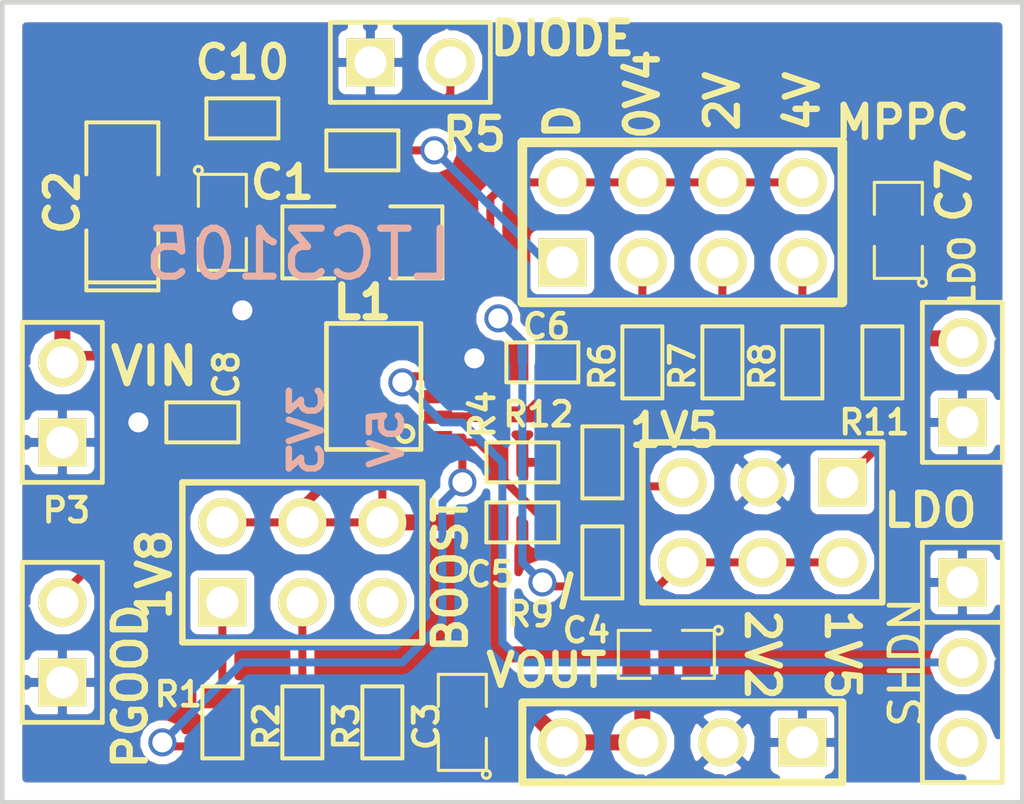
<source format=kicad_pcb>
(kicad_pcb (version 3) (host pcbnew "(2012-nov-02)-testing")

  (general
    (links 67)
    (no_connects 0)
    (area 28.4988 26.5938 66.234 58.062565)
    (thickness 1.6)
    (drawings 18)
    (tracks 153)
    (zones 0)
    (modules 31)
    (nets 21)
  )

  (page A3)
  (layers
    (15 F.Cu signal)
    (0 B.Cu signal)
    (16 B.Adhes user)
    (17 F.Adhes user)
    (18 B.Paste user)
    (19 F.Paste user)
    (20 B.SilkS user)
    (21 F.SilkS user)
    (22 B.Mask user)
    (23 F.Mask user)
    (24 Dwgs.User user)
    (25 Cmts.User user)
    (26 Eco1.User user)
    (27 Eco2.User user)
    (28 Edge.Cuts user)
  )

  (setup
    (last_trace_width 0.254)
    (user_trace_width 0.2032)
    (user_trace_width 0.254)
    (user_trace_width 0.3048)
    (user_trace_width 0.508)
    (trace_clearance 0.254)
    (zone_clearance 0.254)
    (zone_45_only no)
    (trace_min 0.1524)
    (segment_width 0.2)
    (edge_width 0.15)
    (via_size 0.889)
    (via_drill 0.635)
    (via_min_size 0.508)
    (via_min_drill 0.381)
    (user_via 0.7112 0.508)
    (uvia_size 0.508)
    (uvia_drill 0.127)
    (uvias_allowed no)
    (uvia_min_size 0.508)
    (uvia_min_drill 0.127)
    (pcb_text_width 0.3)
    (pcb_text_size 1 1)
    (mod_edge_width 0.15)
    (mod_text_size 1 1)
    (mod_text_width 0.15)
    (pad_size 1 1)
    (pad_drill 0.6)
    (pad_to_mask_clearance 0)
    (aux_axis_origin 0 0)
    (visible_elements FFFFFFBF)
    (pcbplotparams
      (layerselection 284196865)
      (usegerberextensions true)
      (excludeedgelayer true)
      (linewidth 152400)
      (plotframeref false)
      (viasonmask false)
      (mode 1)
      (useauxorigin false)
      (hpglpennumber 1)
      (hpglpenspeed 20)
      (hpglpendiameter 15)
      (hpglpenoverlay 2)
      (psnegative false)
      (psa4output false)
      (plotreference true)
      (plotvalue true)
      (plotothertext true)
      (plotinvisibletext false)
      (padsonsilk false)
      (subtractmaskfromsilk false)
      (outputformat 1)
      (mirror false)
      (drillshape 0)
      (scaleselection 1)
      (outputdirectory out))
  )

  (net 0 "")
  (net 1 /DIODE)
  (net 2 /FB)
  (net 3 /LDO)
  (net 4 /MPPC)
  (net 5 /PGOOD)
  (net 6 /SHDN)
  (net 7 /VIN)
  (net 8 /VOUT)
  (net 9 GND)
  (net 10 N-000001)
  (net 11 N-0000010)
  (net 12 N-0000011)
  (net 13 N-0000013)
  (net 14 N-0000019)
  (net 15 N-0000021)
  (net 16 N-000003)
  (net 17 N-000004)
  (net 18 N-000006)
  (net 19 N-000007)
  (net 20 N-000008)

  (net_class Default "This is the default net class."
    (clearance 0.254)
    (trace_width 0.254)
    (via_dia 0.889)
    (via_drill 0.635)
    (uvia_dia 0.508)
    (uvia_drill 0.127)
    (add_net "")
    (add_net /DIODE)
    (add_net /FB)
    (add_net /LDO)
    (add_net /MPPC)
    (add_net /PGOOD)
    (add_net /SHDN)
    (add_net /VIN)
    (add_net /VOUT)
    (add_net GND)
    (add_net N-000001)
    (add_net N-0000010)
    (add_net N-0000011)
    (add_net N-0000013)
    (add_net N-0000019)
    (add_net N-0000021)
    (add_net N-000003)
    (add_net N-000004)
    (add_net N-000006)
    (add_net N-000007)
    (add_net N-000008)
  )

  (module SM1206POL (layer F.Cu) (tedit 5112C908) (tstamp 5112C21B)
    (at 33.02 33.655 90)
    (path /5112BE49)
    (attr smd)
    (fp_text reference C2 (at 0 -1.905 90) (layer F.SilkS)
      (effects (font (size 1.016 1.016) (thickness 0.2032)))
    )
    (fp_text value tant (at 0 0 90) (layer F.SilkS) hide
      (effects (font (size 0.762 0.762) (thickness 0.127)))
    )
    (fp_line (start -2.54 -1.143) (end -2.794 -1.143) (layer F.SilkS) (width 0.127))
    (fp_line (start -2.794 -1.143) (end -2.794 1.143) (layer F.SilkS) (width 0.127))
    (fp_line (start -2.794 1.143) (end -2.54 1.143) (layer F.SilkS) (width 0.127))
    (fp_line (start -2.54 -1.143) (end -2.54 1.143) (layer F.SilkS) (width 0.127))
    (fp_line (start -2.54 1.143) (end -0.889 1.143) (layer F.SilkS) (width 0.127))
    (fp_line (start 0.889 -1.143) (end 2.54 -1.143) (layer F.SilkS) (width 0.127))
    (fp_line (start 2.54 -1.143) (end 2.54 1.143) (layer F.SilkS) (width 0.127))
    (fp_line (start 2.54 1.143) (end 0.889 1.143) (layer F.SilkS) (width 0.127))
    (fp_line (start -0.889 -1.143) (end -2.54 -1.143) (layer F.SilkS) (width 0.127))
    (pad 1 smd rect (at -1.651 0 90) (size 1.524 2.032)
      (layers F.Cu F.Paste F.Mask)
      (net 7 /VIN)
    )
    (pad 2 smd rect (at 1.651 0 90) (size 1.524 2.032)
      (layers F.Cu F.Paste F.Mask)
      (net 9 GND)
    )
    (model smd/chip_cms_pol.wrl
      (at (xyz 0 0 0))
      (scale (xyz 0.17 0.16 0.16))
      (rotate (xyz 0 0 0))
    )
  )

  (module SM1206 (layer F.Cu) (tedit 5112CAB0) (tstamp 5112C227)
    (at 40.64 34.925)
    (path /5112BCE8)
    (attr smd)
    (fp_text reference L1 (at 0 1.905) (layer F.SilkS)
      (effects (font (size 1.016 1.016) (thickness 0.2286)))
    )
    (fp_text value 10uH (at 0 0) (layer F.SilkS) hide
      (effects (font (size 0.762 0.762) (thickness 0.127)))
    )
    (fp_line (start -2.54 -1.143) (end -2.54 1.143) (layer F.SilkS) (width 0.127))
    (fp_line (start -2.54 1.143) (end -0.889 1.143) (layer F.SilkS) (width 0.127))
    (fp_line (start 0.889 -1.143) (end 2.54 -1.143) (layer F.SilkS) (width 0.127))
    (fp_line (start 2.54 -1.143) (end 2.54 1.143) (layer F.SilkS) (width 0.127))
    (fp_line (start 2.54 1.143) (end 0.889 1.143) (layer F.SilkS) (width 0.127))
    (fp_line (start -0.889 -1.143) (end -2.54 -1.143) (layer F.SilkS) (width 0.127))
    (pad 1 smd rect (at -1.651 0) (size 1.524 2.032)
      (layers F.Cu F.Paste F.Mask)
      (net 7 /VIN)
    )
    (pad 2 smd rect (at 1.651 0) (size 1.524 2.032)
      (layers F.Cu F.Paste F.Mask)
      (net 14 N-0000019)
    )
    (model smd/chip_cms.wrl
      (at (xyz 0 0 0))
      (scale (xyz 0.17 0.16 0.16))
      (rotate (xyz 0 0 0))
    )
  )

  (module SM0805 (layer F.Cu) (tedit 5112CC1E) (tstamp 5112C234)
    (at 43.815 50.165 90)
    (path /5112CD74)
    (attr smd)
    (fp_text reference C3 (at -0.127 -1.143 90) (layer F.SilkS)
      (effects (font (size 0.762 0.762) (thickness 0.1524)))
    )
    (fp_text value 10uF (at -6.477 0.889 90) (layer F.SilkS) hide
      (effects (font (size 0.50038 0.50038) (thickness 0.10922)))
    )
    (fp_circle (center -1.651 0.762) (end -1.651 0.635) (layer F.SilkS) (width 0.09906))
    (fp_line (start -0.508 0.762) (end -1.524 0.762) (layer F.SilkS) (width 0.09906))
    (fp_line (start -1.524 0.762) (end -1.524 -0.762) (layer F.SilkS) (width 0.09906))
    (fp_line (start -1.524 -0.762) (end -0.508 -0.762) (layer F.SilkS) (width 0.09906))
    (fp_line (start 0.508 -0.762) (end 1.524 -0.762) (layer F.SilkS) (width 0.09906))
    (fp_line (start 1.524 -0.762) (end 1.524 0.762) (layer F.SilkS) (width 0.09906))
    (fp_line (start 1.524 0.762) (end 0.508 0.762) (layer F.SilkS) (width 0.09906))
    (pad 1 smd rect (at -0.9525 0 90) (size 0.889 1.397)
      (layers F.Cu F.Paste F.Mask)
      (net 9 GND)
    )
    (pad 2 smd rect (at 0.9525 0 90) (size 0.889 1.397)
      (layers F.Cu F.Paste F.Mask)
      (net 8 /VOUT)
    )
    (model smd/chip_cms.wrl
      (at (xyz 0 0 0))
      (scale (xyz 0.1 0.1 0.1))
      (rotate (xyz 0 0 0))
    )
  )

  (module SM0805 (layer F.Cu) (tedit 5112CC1A) (tstamp 5112C241)
    (at 57.658 34.544 90)
    (path /5112DFC5)
    (attr smd)
    (fp_text reference C7 (at 1.27 1.778 90) (layer F.SilkS)
      (effects (font (size 1.016 1.016) (thickness 0.2032)))
    )
    (fp_text value 4.7uF (at 0 6.858 90) (layer F.SilkS) hide
      (effects (font (size 0.50038 0.50038) (thickness 0.10922)))
    )
    (fp_circle (center -1.651 0.762) (end -1.651 0.635) (layer F.SilkS) (width 0.09906))
    (fp_line (start -0.508 0.762) (end -1.524 0.762) (layer F.SilkS) (width 0.09906))
    (fp_line (start -1.524 0.762) (end -1.524 -0.762) (layer F.SilkS) (width 0.09906))
    (fp_line (start -1.524 -0.762) (end -0.508 -0.762) (layer F.SilkS) (width 0.09906))
    (fp_line (start 0.508 -0.762) (end 1.524 -0.762) (layer F.SilkS) (width 0.09906))
    (fp_line (start 1.524 -0.762) (end 1.524 0.762) (layer F.SilkS) (width 0.09906))
    (fp_line (start 1.524 0.762) (end 0.508 0.762) (layer F.SilkS) (width 0.09906))
    (pad 1 smd rect (at -0.9525 0 90) (size 0.889 1.397)
      (layers F.Cu F.Paste F.Mask)
      (net 3 /LDO)
    )
    (pad 2 smd rect (at 0.9525 0 90) (size 0.889 1.397)
      (layers F.Cu F.Paste F.Mask)
      (net 9 GND)
    )
    (model smd/chip_cms.wrl
      (at (xyz 0 0 0))
      (scale (xyz 0.1 0.1 0.1))
      (rotate (xyz 0 0 0))
    )
  )

  (module SM0805 (layer F.Cu) (tedit 5112CB04) (tstamp 5112C24E)
    (at 50.292 48.006 180)
    (path /5112CD88)
    (attr smd)
    (fp_text reference C4 (at 2.54 0.762 180) (layer F.SilkS)
      (effects (font (size 0.762 0.762) (thickness 0.1524)))
    )
    (fp_text value 1uF (at 0 0.381 180) (layer F.SilkS) hide
      (effects (font (size 0.50038 0.50038) (thickness 0.10922)))
    )
    (fp_circle (center -1.651 0.762) (end -1.651 0.635) (layer F.SilkS) (width 0.09906))
    (fp_line (start -0.508 0.762) (end -1.524 0.762) (layer F.SilkS) (width 0.09906))
    (fp_line (start -1.524 0.762) (end -1.524 -0.762) (layer F.SilkS) (width 0.09906))
    (fp_line (start -1.524 -0.762) (end -0.508 -0.762) (layer F.SilkS) (width 0.09906))
    (fp_line (start 0.508 -0.762) (end 1.524 -0.762) (layer F.SilkS) (width 0.09906))
    (fp_line (start 1.524 -0.762) (end 1.524 0.762) (layer F.SilkS) (width 0.09906))
    (fp_line (start 1.524 0.762) (end 0.508 0.762) (layer F.SilkS) (width 0.09906))
    (pad 1 smd rect (at -0.9525 0 180) (size 0.889 1.397)
      (layers F.Cu F.Paste F.Mask)
      (net 9 GND)
    )
    (pad 2 smd rect (at 0.9525 0 180) (size 0.889 1.397)
      (layers F.Cu F.Paste F.Mask)
      (net 8 /VOUT)
    )
    (model smd/chip_cms.wrl
      (at (xyz 0 0 0))
      (scale (xyz 0.1 0.1 0.1))
      (rotate (xyz 0 0 0))
    )
  )

  (module SM0805 (layer F.Cu) (tedit 5112C916) (tstamp 5112C25B)
    (at 36.195 34.29 270)
    (path /5112C38A)
    (attr smd)
    (fp_text reference C1 (at -1.27 -1.905 360) (layer F.SilkS)
      (effects (font (size 1.016 1.016) (thickness 0.2032)))
    )
    (fp_text value 10uF (at 0 0.381 270) (layer F.SilkS) hide
      (effects (font (size 0.50038 0.50038) (thickness 0.10922)))
    )
    (fp_circle (center -1.651 0.762) (end -1.651 0.635) (layer F.SilkS) (width 0.09906))
    (fp_line (start -0.508 0.762) (end -1.524 0.762) (layer F.SilkS) (width 0.09906))
    (fp_line (start -1.524 0.762) (end -1.524 -0.762) (layer F.SilkS) (width 0.09906))
    (fp_line (start -1.524 -0.762) (end -0.508 -0.762) (layer F.SilkS) (width 0.09906))
    (fp_line (start 0.508 -0.762) (end 1.524 -0.762) (layer F.SilkS) (width 0.09906))
    (fp_line (start 1.524 -0.762) (end 1.524 0.762) (layer F.SilkS) (width 0.09906))
    (fp_line (start 1.524 0.762) (end 0.508 0.762) (layer F.SilkS) (width 0.09906))
    (pad 1 smd rect (at -0.9525 0 270) (size 0.889 1.397)
      (layers F.Cu F.Paste F.Mask)
      (net 9 GND)
    )
    (pad 2 smd rect (at 0.9525 0 270) (size 0.889 1.397)
      (layers F.Cu F.Paste F.Mask)
      (net 7 /VIN)
    )
    (model smd/chip_cms.wrl
      (at (xyz 0 0 0))
      (scale (xyz 0.1 0.1 0.1))
      (rotate (xyz 0 0 0))
    )
  )

  (module SM0603 (layer F.Cu) (tedit 5112CACA) (tstamp 5112C265)
    (at 46.355 38.735)
    (path /5112D8A6)
    (attr smd)
    (fp_text reference C6 (at 0.127 -1.143) (layer F.SilkS)
      (effects (font (size 0.762 0.762) (thickness 0.1524)))
    )
    (fp_text value 33pF (at 0 0) (layer F.SilkS) hide
      (effects (font (size 0.508 0.4572) (thickness 0.1143)))
    )
    (fp_line (start -1.143 -0.635) (end 1.143 -0.635) (layer F.SilkS) (width 0.127))
    (fp_line (start 1.143 -0.635) (end 1.143 0.635) (layer F.SilkS) (width 0.127))
    (fp_line (start 1.143 0.635) (end -1.143 0.635) (layer F.SilkS) (width 0.127))
    (fp_line (start -1.143 0.635) (end -1.143 -0.635) (layer F.SilkS) (width 0.127))
    (pad 1 smd rect (at -0.762 0) (size 0.635 1.143)
      (layers F.Cu F.Paste F.Mask)
      (net 13 N-0000013)
    )
    (pad 2 smd rect (at 0.762 0) (size 0.635 1.143)
      (layers F.Cu F.Paste F.Mask)
      (net 3 /LDO)
    )
    (model smd\resistors\R0603.wrl
      (at (xyz 0 0 0.001))
      (scale (xyz 0.5 0.5 0.5))
      (rotate (xyz 0 0 0))
    )
  )

  (module SM0603 (layer F.Cu) (tedit 5112CB47) (tstamp 5112C26F)
    (at 38.735 50.165 90)
    (path /5112D309)
    (attr smd)
    (fp_text reference R2 (at -0.127 -1.143 90) (layer F.SilkS)
      (effects (font (size 0.762 0.762) (thickness 0.1524)))
    )
    (fp_text value 750K (at 0 0 90) (layer F.SilkS) hide
      (effects (font (size 0.508 0.4572) (thickness 0.1143)))
    )
    (fp_line (start -1.143 -0.635) (end 1.143 -0.635) (layer F.SilkS) (width 0.127))
    (fp_line (start 1.143 -0.635) (end 1.143 0.635) (layer F.SilkS) (width 0.127))
    (fp_line (start 1.143 0.635) (end -1.143 0.635) (layer F.SilkS) (width 0.127))
    (fp_line (start -1.143 0.635) (end -1.143 -0.635) (layer F.SilkS) (width 0.127))
    (pad 1 smd rect (at -0.762 0 90) (size 0.635 1.143)
      (layers F.Cu F.Paste F.Mask)
      (net 10 N-000001)
    )
    (pad 2 smd rect (at 0.762 0 90) (size 0.635 1.143)
      (layers F.Cu F.Paste F.Mask)
      (net 16 N-000003)
    )
    (model smd\resistors\R0603.wrl
      (at (xyz 0 0 0.001))
      (scale (xyz 0.5 0.5 0.5))
      (rotate (xyz 0 0 0))
    )
  )

  (module SM0603 (layer F.Cu) (tedit 5112CB4C) (tstamp 5112C279)
    (at 36.195 50.165 90)
    (path /5112D1EF)
    (attr smd)
    (fp_text reference R1 (at 0.889 -1.397 180) (layer F.SilkS)
      (effects (font (size 0.762 0.762) (thickness 0.1524)))
    )
    (fp_text value 392K (at 0 0 90) (layer F.SilkS) hide
      (effects (font (size 0.508 0.4572) (thickness 0.1143)))
    )
    (fp_line (start -1.143 -0.635) (end 1.143 -0.635) (layer F.SilkS) (width 0.127))
    (fp_line (start 1.143 -0.635) (end 1.143 0.635) (layer F.SilkS) (width 0.127))
    (fp_line (start 1.143 0.635) (end -1.143 0.635) (layer F.SilkS) (width 0.127))
    (fp_line (start -1.143 0.635) (end -1.143 -0.635) (layer F.SilkS) (width 0.127))
    (pad 1 smd rect (at -0.762 0 90) (size 0.635 1.143)
      (layers F.Cu F.Paste F.Mask)
      (net 2 /FB)
    )
    (pad 2 smd rect (at 0.762 0 90) (size 0.635 1.143)
      (layers F.Cu F.Paste F.Mask)
      (net 10 N-000001)
    )
    (model smd\resistors\R0603.wrl
      (at (xyz 0 0 0.001))
      (scale (xyz 0.5 0.5 0.5))
      (rotate (xyz 0 0 0))
    )
  )

  (module SM0603 (layer F.Cu) (tedit 5112CAEC) (tstamp 5112C283)
    (at 57.15 38.735 90)
    (path /5112DCCB)
    (attr smd)
    (fp_text reference R11 (at -1.905 -0.254 180) (layer F.SilkS)
      (effects (font (size 0.762 0.762) (thickness 0.1524)))
    )
    (fp_text value 274K (at 0 0 90) (layer F.SilkS) hide
      (effects (font (size 0.508 0.4572) (thickness 0.1143)))
    )
    (fp_line (start -1.143 -0.635) (end 1.143 -0.635) (layer F.SilkS) (width 0.127))
    (fp_line (start 1.143 -0.635) (end 1.143 0.635) (layer F.SilkS) (width 0.127))
    (fp_line (start 1.143 0.635) (end -1.143 0.635) (layer F.SilkS) (width 0.127))
    (fp_line (start -1.143 0.635) (end -1.143 -0.635) (layer F.SilkS) (width 0.127))
    (pad 1 smd rect (at -0.762 0 90) (size 0.635 1.143)
      (layers F.Cu F.Paste F.Mask)
      (net 12 N-0000011)
    )
    (pad 2 smd rect (at 0.762 0 90) (size 0.635 1.143)
      (layers F.Cu F.Paste F.Mask)
      (net 3 /LDO)
    )
    (model smd\resistors\R0603.wrl
      (at (xyz 0 0 0.001))
      (scale (xyz 0.5 0.5 0.5))
      (rotate (xyz 0 0 0))
    )
  )

  (module SM0603 (layer F.Cu) (tedit 5112CB2E) (tstamp 5112C28D)
    (at 45.72 41.91)
    (path /5112D034)
    (attr smd)
    (fp_text reference R4 (at -1.27 -1.524 90) (layer F.SilkS)
      (effects (font (size 0.762 0.762) (thickness 0.1524)))
    )
    (fp_text value 499K (at 0 0) (layer F.SilkS) hide
      (effects (font (size 0.508 0.4572) (thickness 0.1143)))
    )
    (fp_line (start -1.143 -0.635) (end 1.143 -0.635) (layer F.SilkS) (width 0.127))
    (fp_line (start 1.143 -0.635) (end 1.143 0.635) (layer F.SilkS) (width 0.127))
    (fp_line (start 1.143 0.635) (end -1.143 0.635) (layer F.SilkS) (width 0.127))
    (fp_line (start -1.143 0.635) (end -1.143 -0.635) (layer F.SilkS) (width 0.127))
    (pad 1 smd rect (at -0.762 0) (size 0.635 1.143)
      (layers F.Cu F.Paste F.Mask)
      (net 2 /FB)
    )
    (pad 2 smd rect (at 0.762 0) (size 0.635 1.143)
      (layers F.Cu F.Paste F.Mask)
      (net 9 GND)
    )
    (model smd\resistors\R0603.wrl
      (at (xyz 0 0 0.001))
      (scale (xyz 0.5 0.5 0.5))
      (rotate (xyz 0 0 0))
    )
  )

  (module SM0603 (layer F.Cu) (tedit 5112CB0D) (tstamp 5112C297)
    (at 45.72 43.815)
    (path /5112CF05)
    (attr smd)
    (fp_text reference C5 (at -1.016 1.651) (layer F.SilkS)
      (effects (font (size 0.762 0.762) (thickness 0.1524)))
    )
    (fp_text value 33pF (at 0 0) (layer F.SilkS) hide
      (effects (font (size 0.508 0.4572) (thickness 0.1143)))
    )
    (fp_line (start -1.143 -0.635) (end 1.143 -0.635) (layer F.SilkS) (width 0.127))
    (fp_line (start 1.143 -0.635) (end 1.143 0.635) (layer F.SilkS) (width 0.127))
    (fp_line (start 1.143 0.635) (end -1.143 0.635) (layer F.SilkS) (width 0.127))
    (fp_line (start -1.143 0.635) (end -1.143 -0.635) (layer F.SilkS) (width 0.127))
    (pad 1 smd rect (at -0.762 0) (size 0.635 1.143)
      (layers F.Cu F.Paste F.Mask)
      (net 8 /VOUT)
    )
    (pad 2 smd rect (at 0.762 0) (size 0.635 1.143)
      (layers F.Cu F.Paste F.Mask)
      (net 2 /FB)
    )
    (model smd\resistors\R0603.wrl
      (at (xyz 0 0 0.001))
      (scale (xyz 0.5 0.5 0.5))
      (rotate (xyz 0 0 0))
    )
  )

  (module SM0603 (layer F.Cu) (tedit 5112CB59) (tstamp 5112C2A1)
    (at 35.56 40.64)
    (path /5112BDC4)
    (attr smd)
    (fp_text reference C8 (at 0.762 -1.524 90) (layer F.SilkS)
      (effects (font (size 0.762 0.762) (thickness 0.1524)))
    )
    (fp_text value 1uF (at 0 0) (layer F.SilkS) hide
      (effects (font (size 0.508 0.4572) (thickness 0.1143)))
    )
    (fp_line (start -1.143 -0.635) (end 1.143 -0.635) (layer F.SilkS) (width 0.127))
    (fp_line (start 1.143 -0.635) (end 1.143 0.635) (layer F.SilkS) (width 0.127))
    (fp_line (start 1.143 0.635) (end -1.143 0.635) (layer F.SilkS) (width 0.127))
    (fp_line (start -1.143 0.635) (end -1.143 -0.635) (layer F.SilkS) (width 0.127))
    (pad 1 smd rect (at -0.762 0) (size 0.635 1.143)
      (layers F.Cu F.Paste F.Mask)
      (net 9 GND)
    )
    (pad 2 smd rect (at 0.762 0) (size 0.635 1.143)
      (layers F.Cu F.Paste F.Mask)
      (net 15 N-0000021)
    )
    (model smd\resistors\R0603.wrl
      (at (xyz 0 0 0.001))
      (scale (xyz 0.5 0.5 0.5))
      (rotate (xyz 0 0 0))
    )
  )

  (module SM0603 (layer F.Cu) (tedit 5112CB27) (tstamp 5112C2AB)
    (at 48.26 41.91 90)
    (path /5112DCDA)
    (attr smd)
    (fp_text reference R12 (at 1.524 -2.032 180) (layer F.SilkS)
      (effects (font (size 0.762 0.762) (thickness 0.1524)))
    )
    (fp_text value 1M1 (at 0 0 90) (layer F.SilkS) hide
      (effects (font (size 0.508 0.4572) (thickness 0.1143)))
    )
    (fp_line (start -1.143 -0.635) (end 1.143 -0.635) (layer F.SilkS) (width 0.127))
    (fp_line (start 1.143 -0.635) (end 1.143 0.635) (layer F.SilkS) (width 0.127))
    (fp_line (start 1.143 0.635) (end -1.143 0.635) (layer F.SilkS) (width 0.127))
    (fp_line (start -1.143 0.635) (end -1.143 -0.635) (layer F.SilkS) (width 0.127))
    (pad 1 smd rect (at -0.762 0 90) (size 0.635 1.143)
      (layers F.Cu F.Paste F.Mask)
      (net 11 N-0000010)
    )
    (pad 2 smd rect (at 0.762 0 90) (size 0.635 1.143)
      (layers F.Cu F.Paste F.Mask)
      (net 3 /LDO)
    )
    (model smd\resistors\R0603.wrl
      (at (xyz 0 0 0.001))
      (scale (xyz 0.5 0.5 0.5))
      (rotate (xyz 0 0 0))
    )
  )

  (module SM0603 (layer F.Cu) (tedit 5112CB41) (tstamp 5112C2B5)
    (at 41.275 50.165 270)
    (path /5112D5D9)
    (attr smd)
    (fp_text reference R3 (at 0.127 1.143 270) (layer F.SilkS)
      (effects (font (size 0.762 0.762) (thickness 0.1524)))
    )
    (fp_text value 845K (at 0 0 270) (layer F.SilkS) hide
      (effects (font (size 0.508 0.4572) (thickness 0.1143)))
    )
    (fp_line (start -1.143 -0.635) (end 1.143 -0.635) (layer F.SilkS) (width 0.127))
    (fp_line (start 1.143 -0.635) (end 1.143 0.635) (layer F.SilkS) (width 0.127))
    (fp_line (start 1.143 0.635) (end -1.143 0.635) (layer F.SilkS) (width 0.127))
    (fp_line (start -1.143 0.635) (end -1.143 -0.635) (layer F.SilkS) (width 0.127))
    (pad 1 smd rect (at -0.762 0 270) (size 0.635 1.143)
      (layers F.Cu F.Paste F.Mask)
      (net 16 N-000003)
    )
    (pad 2 smd rect (at 0.762 0 270) (size 0.635 1.143)
      (layers F.Cu F.Paste F.Mask)
      (net 8 /VOUT)
    )
    (model smd\resistors\R0603.wrl
      (at (xyz 0 0 0.001))
      (scale (xyz 0.5 0.5 0.5))
      (rotate (xyz 0 0 0))
    )
  )

  (module SM0603 (layer F.Cu) (tedit 5112CADC) (tstamp 5112C2BF)
    (at 54.61 38.735 270)
    (path /5112C888)
    (attr smd)
    (fp_text reference R8 (at 0.127 1.27 270) (layer F.SilkS)
      (effects (font (size 0.762 0.762) (thickness 0.1524)))
    )
    (fp_text value 402K (at 0 0 270) (layer F.SilkS) hide
      (effects (font (size 0.508 0.4572) (thickness 0.1143)))
    )
    (fp_line (start -1.143 -0.635) (end 1.143 -0.635) (layer F.SilkS) (width 0.127))
    (fp_line (start 1.143 -0.635) (end 1.143 0.635) (layer F.SilkS) (width 0.127))
    (fp_line (start 1.143 0.635) (end -1.143 0.635) (layer F.SilkS) (width 0.127))
    (fp_line (start -1.143 0.635) (end -1.143 -0.635) (layer F.SilkS) (width 0.127))
    (pad 1 smd rect (at -0.762 0 270) (size 0.635 1.143)
      (layers F.Cu F.Paste F.Mask)
      (net 18 N-000006)
    )
    (pad 2 smd rect (at 0.762 0 270) (size 0.635 1.143)
      (layers F.Cu F.Paste F.Mask)
      (net 9 GND)
    )
    (model smd\resistors\R0603.wrl
      (at (xyz 0 0 0.001))
      (scale (xyz 0.5 0.5 0.5))
      (rotate (xyz 0 0 0))
    )
  )

  (module SM0603 (layer F.Cu) (tedit 5112CAD7) (tstamp 5112C2C9)
    (at 52.07 38.735 270)
    (path /5112C879)
    (attr smd)
    (fp_text reference R7 (at 0.127 1.27 270) (layer F.SilkS)
      (effects (font (size 0.762 0.762) (thickness 0.1524)))
    )
    (fp_text value 200K (at 0 0 270) (layer F.SilkS) hide
      (effects (font (size 0.508 0.4572) (thickness 0.1143)))
    )
    (fp_line (start -1.143 -0.635) (end 1.143 -0.635) (layer F.SilkS) (width 0.127))
    (fp_line (start 1.143 -0.635) (end 1.143 0.635) (layer F.SilkS) (width 0.127))
    (fp_line (start 1.143 0.635) (end -1.143 0.635) (layer F.SilkS) (width 0.127))
    (fp_line (start -1.143 0.635) (end -1.143 -0.635) (layer F.SilkS) (width 0.127))
    (pad 1 smd rect (at -0.762 0 270) (size 0.635 1.143)
      (layers F.Cu F.Paste F.Mask)
      (net 19 N-000007)
    )
    (pad 2 smd rect (at 0.762 0 270) (size 0.635 1.143)
      (layers F.Cu F.Paste F.Mask)
      (net 9 GND)
    )
    (model smd\resistors\R0603.wrl
      (at (xyz 0 0 0.001))
      (scale (xyz 0.5 0.5 0.5))
      (rotate (xyz 0 0 0))
    )
  )

  (module SM0603 (layer F.Cu) (tedit 5112CACC) (tstamp 5112C2D3)
    (at 49.53 38.735 270)
    (path /5112C86A)
    (attr smd)
    (fp_text reference R6 (at 0.127 1.27 270) (layer F.SilkS)
      (effects (font (size 0.762 0.762) (thickness 0.1524)))
    )
    (fp_text value 40K2 (at 0 0 270) (layer F.SilkS) hide
      (effects (font (size 0.508 0.4572) (thickness 0.1143)))
    )
    (fp_line (start -1.143 -0.635) (end 1.143 -0.635) (layer F.SilkS) (width 0.127))
    (fp_line (start 1.143 -0.635) (end 1.143 0.635) (layer F.SilkS) (width 0.127))
    (fp_line (start 1.143 0.635) (end -1.143 0.635) (layer F.SilkS) (width 0.127))
    (fp_line (start -1.143 0.635) (end -1.143 -0.635) (layer F.SilkS) (width 0.127))
    (pad 1 smd rect (at -0.762 0 270) (size 0.635 1.143)
      (layers F.Cu F.Paste F.Mask)
      (net 20 N-000008)
    )
    (pad 2 smd rect (at 0.762 0 270) (size 0.635 1.143)
      (layers F.Cu F.Paste F.Mask)
      (net 9 GND)
    )
    (model smd\resistors\R0603.wrl
      (at (xyz 0 0 0.001))
      (scale (xyz 0.5 0.5 0.5))
      (rotate (xyz 0 0 0))
    )
  )

  (module SM0603 (layer F.Cu) (tedit 5112CB02) (tstamp 5112C2DD)
    (at 48.26 45.085 270)
    (path /5112D988)
    (attr smd)
    (fp_text reference R9 (at 1.651 2.286 360) (layer F.SilkS)
      (effects (font (size 0.762 0.762) (thickness 0.1524)))
    )
    (fp_text value 549K (at 0 0 270) (layer F.SilkS) hide
      (effects (font (size 0.508 0.4572) (thickness 0.1143)))
    )
    (fp_line (start -1.143 -0.635) (end 1.143 -0.635) (layer F.SilkS) (width 0.127))
    (fp_line (start 1.143 -0.635) (end 1.143 0.635) (layer F.SilkS) (width 0.127))
    (fp_line (start 1.143 0.635) (end -1.143 0.635) (layer F.SilkS) (width 0.127))
    (fp_line (start -1.143 0.635) (end -1.143 -0.635) (layer F.SilkS) (width 0.127))
    (pad 1 smd rect (at -0.762 0 270) (size 0.635 1.143)
      (layers F.Cu F.Paste F.Mask)
      (net 9 GND)
    )
    (pad 2 smd rect (at 0.762 0 270) (size 0.635 1.143)
      (layers F.Cu F.Paste F.Mask)
      (net 13 N-0000013)
    )
    (model smd\resistors\R0603.wrl
      (at (xyz 0 0 0.001))
      (scale (xyz 0.5 0.5 0.5))
      (rotate (xyz 0 0 0))
    )
  )

  (module SM0603 (layer F.Cu) (tedit 5112C924) (tstamp 5112C2E7)
    (at 36.83 30.988 180)
    (path /5112C62F)
    (attr smd)
    (fp_text reference C10 (at 0 1.778 180) (layer F.SilkS)
      (effects (font (size 1.016 1.016) (thickness 0.2032)))
    )
    (fp_text value 10nF (at 0 0 180) (layer F.SilkS) hide
      (effects (font (size 0.508 0.4572) (thickness 0.1143)))
    )
    (fp_line (start -1.143 -0.635) (end 1.143 -0.635) (layer F.SilkS) (width 0.127))
    (fp_line (start 1.143 -0.635) (end 1.143 0.635) (layer F.SilkS) (width 0.127))
    (fp_line (start 1.143 0.635) (end -1.143 0.635) (layer F.SilkS) (width 0.127))
    (fp_line (start -1.143 0.635) (end -1.143 -0.635) (layer F.SilkS) (width 0.127))
    (pad 1 smd rect (at -0.762 0 180) (size 0.635 1.143)
      (layers F.Cu F.Paste F.Mask)
      (net 1 /DIODE)
    )
    (pad 2 smd rect (at 0.762 0 180) (size 0.635 1.143)
      (layers F.Cu F.Paste F.Mask)
      (net 9 GND)
    )
    (model smd\resistors\R0603.wrl
      (at (xyz 0 0 0.001))
      (scale (xyz 0.5 0.5 0.5))
      (rotate (xyz 0 0 0))
    )
  )

  (module SM0603 (layer F.Cu) (tedit 5112CAA9) (tstamp 5112C2F1)
    (at 40.64 32.004)
    (path /5112C5EA)
    (attr smd)
    (fp_text reference R5 (at 3.556 -0.508) (layer F.SilkS)
      (effects (font (size 1.016 1.016) (thickness 0.2032)))
    )
    (fp_text value 0R (at 0 0) (layer F.SilkS) hide
      (effects (font (size 0.508 0.4572) (thickness 0.1143)))
    )
    (fp_line (start -1.143 -0.635) (end 1.143 -0.635) (layer F.SilkS) (width 0.127))
    (fp_line (start 1.143 -0.635) (end 1.143 0.635) (layer F.SilkS) (width 0.127))
    (fp_line (start 1.143 0.635) (end -1.143 0.635) (layer F.SilkS) (width 0.127))
    (fp_line (start -1.143 0.635) (end -1.143 -0.635) (layer F.SilkS) (width 0.127))
    (pad 1 smd rect (at -0.762 0) (size 0.635 1.143)
      (layers F.Cu F.Paste F.Mask)
      (net 1 /DIODE)
    )
    (pad 2 smd rect (at 0.762 0) (size 0.635 1.143)
      (layers F.Cu F.Paste F.Mask)
      (net 17 N-000004)
    )
    (model smd\resistors\R0603.wrl
      (at (xyz 0 0 0.001))
      (scale (xyz 0.5 0.5 0.5))
      (rotate (xyz 0 0 0))
    )
  )

  (module pin_array_4x2 (layer F.Cu) (tedit 5112CA2A) (tstamp 5112C301)
    (at 50.8 34.29)
    (descr "Double rangee de contacts 2 x 4 pins")
    (tags CONN)
    (path /5112C520)
    (fp_text reference MPPC (at 6.985 -3.175) (layer F.SilkS)
      (effects (font (size 1.016 1.016) (thickness 0.2032)))
    )
    (fp_text value CONN_4X2 (at 0 3.81) (layer F.SilkS) hide
      (effects (font (size 1.016 1.016) (thickness 0.2032)))
    )
    (fp_line (start -5.08 -2.54) (end 5.08 -2.54) (layer F.SilkS) (width 0.3048))
    (fp_line (start 5.08 -2.54) (end 5.08 2.54) (layer F.SilkS) (width 0.3048))
    (fp_line (start 5.08 2.54) (end -5.08 2.54) (layer F.SilkS) (width 0.3048))
    (fp_line (start -5.08 2.54) (end -5.08 -2.54) (layer F.SilkS) (width 0.3048))
    (pad 1 thru_hole rect (at -3.81 1.27) (size 1.524 1.524) (drill 1.016)
      (layers *.Cu *.Mask F.SilkS)
      (net 17 N-000004)
    )
    (pad 2 thru_hole circle (at -3.81 -1.27) (size 1.524 1.524) (drill 1.016)
      (layers *.Cu *.Mask F.SilkS)
      (net 4 /MPPC)
    )
    (pad 3 thru_hole circle (at -1.27 1.27) (size 1.524 1.524) (drill 1.016)
      (layers *.Cu *.Mask F.SilkS)
      (net 20 N-000008)
    )
    (pad 4 thru_hole circle (at -1.27 -1.27) (size 1.524 1.524) (drill 1.016)
      (layers *.Cu *.Mask F.SilkS)
      (net 4 /MPPC)
    )
    (pad 5 thru_hole circle (at 1.27 1.27) (size 1.524 1.524) (drill 1.016)
      (layers *.Cu *.Mask F.SilkS)
      (net 19 N-000007)
    )
    (pad 6 thru_hole circle (at 1.27 -1.27) (size 1.524 1.524) (drill 1.016)
      (layers *.Cu *.Mask F.SilkS)
      (net 4 /MPPC)
    )
    (pad 7 thru_hole circle (at 3.81 1.27) (size 1.524 1.524) (drill 1.016)
      (layers *.Cu *.Mask F.SilkS)
      (net 18 N-000006)
    )
    (pad 8 thru_hole circle (at 3.81 -1.27) (size 1.524 1.524) (drill 1.016)
      (layers *.Cu *.Mask F.SilkS)
      (net 4 /MPPC)
    )
    (model pin_array/pins_array_4x2.wrl
      (at (xyz 0 0 0))
      (scale (xyz 1 1 1))
      (rotate (xyz 0 0 0))
    )
  )

  (module pin_array_3x2 (layer F.Cu) (tedit 5112CA22) (tstamp 5112C30F)
    (at 53.34 43.815 180)
    (descr "Double rangee de contacts 2 x 4 pins")
    (tags CONN)
    (path /5112DA81)
    (fp_text reference LDO (at -5.334 0.381 180) (layer F.SilkS)
      (effects (font (size 1.016 1.016) (thickness 0.2032)))
    )
    (fp_text value CONN_3X2 (at 0 3.81 180) (layer F.SilkS) hide
      (effects (font (size 1.016 1.016) (thickness 0.2032)))
    )
    (fp_line (start 3.81 2.54) (end -3.81 2.54) (layer F.SilkS) (width 0.2032))
    (fp_line (start -3.81 -2.54) (end 3.81 -2.54) (layer F.SilkS) (width 0.2032))
    (fp_line (start 3.81 -2.54) (end 3.81 2.54) (layer F.SilkS) (width 0.2032))
    (fp_line (start -3.81 2.54) (end -3.81 -2.54) (layer F.SilkS) (width 0.2032))
    (pad 1 thru_hole rect (at -2.54 1.27 180) (size 1.524 1.524) (drill 1.016)
      (layers *.Cu *.Mask F.SilkS)
      (net 12 N-0000011)
    )
    (pad 2 thru_hole circle (at -2.54 -1.27 180) (size 1.524 1.524) (drill 1.016)
      (layers *.Cu *.Mask F.SilkS)
      (net 13 N-0000013)
    )
    (pad 3 thru_hole circle (at 0 1.27 180) (size 1.524 1.524) (drill 1.016)
      (layers *.Cu *.Mask F.SilkS)
      (net 9 GND)
    )
    (pad 4 thru_hole circle (at 0 -1.27 180) (size 1.524 1.524) (drill 1.016)
      (layers *.Cu *.Mask F.SilkS)
      (net 13 N-0000013)
    )
    (pad 5 thru_hole circle (at 2.54 1.27 180) (size 1.524 1.524) (drill 1.016)
      (layers *.Cu *.Mask F.SilkS)
      (net 11 N-0000010)
    )
    (pad 6 thru_hole circle (at 2.54 -1.27 180) (size 1.524 1.524) (drill 1.016)
      (layers *.Cu *.Mask F.SilkS)
      (net 13 N-0000013)
    )
    (model pin_array/pins_array_3x2.wrl
      (at (xyz 0 0 0))
      (scale (xyz 1 1 1))
      (rotate (xyz 0 0 0))
    )
  )

  (module pin_array_3x2 (layer F.Cu) (tedit 5112CA34) (tstamp 5112C490)
    (at 38.735 45.085)
    (descr "Double rangee de contacts 2 x 4 pins")
    (tags CONN)
    (path /5112D0F0)
    (fp_text reference BOOST (at 4.699 0.381 90) (layer F.SilkS)
      (effects (font (size 1.016 1.016) (thickness 0.2032)))
    )
    (fp_text value CONN_3X2 (at 0 3.81) (layer F.SilkS) hide
      (effects (font (size 1.016 1.016) (thickness 0.2032)))
    )
    (fp_line (start 3.81 2.54) (end -3.81 2.54) (layer F.SilkS) (width 0.2032))
    (fp_line (start -3.81 -2.54) (end 3.81 -2.54) (layer F.SilkS) (width 0.2032))
    (fp_line (start 3.81 -2.54) (end 3.81 2.54) (layer F.SilkS) (width 0.2032))
    (fp_line (start -3.81 2.54) (end -3.81 -2.54) (layer F.SilkS) (width 0.2032))
    (pad 1 thru_hole rect (at -2.54 1.27) (size 1.524 1.524) (drill 1.016)
      (layers *.Cu *.Mask F.SilkS)
      (net 10 N-000001)
    )
    (pad 2 thru_hole circle (at -2.54 -1.27) (size 1.524 1.524) (drill 1.016)
      (layers *.Cu *.Mask F.SilkS)
      (net 8 /VOUT)
    )
    (pad 3 thru_hole circle (at 0 1.27) (size 1.524 1.524) (drill 1.016)
      (layers *.Cu *.Mask F.SilkS)
      (net 16 N-000003)
    )
    (pad 4 thru_hole circle (at 0 -1.27) (size 1.524 1.524) (drill 1.016)
      (layers *.Cu *.Mask F.SilkS)
      (net 8 /VOUT)
    )
    (pad 5 thru_hole circle (at 2.54 1.27) (size 1.524 1.524) (drill 1.016)
      (layers *.Cu *.Mask F.SilkS)
    )
    (pad 6 thru_hole circle (at 2.54 -1.27) (size 1.524 1.524) (drill 1.016)
      (layers *.Cu *.Mask F.SilkS)
      (net 8 /VOUT)
    )
    (model pin_array/pins_array_3x2.wrl
      (at (xyz 0 0 0))
      (scale (xyz 1 1 1))
      (rotate (xyz 0 0 0))
    )
  )

  (module PIN_ARRAY_3X1 (layer F.Cu) (tedit 5112C9CE) (tstamp 5112C608)
    (at 59.69 48.26 270)
    (descr "Connecteur 3 pins")
    (tags "CONN DEV")
    (path /5112CA9E)
    (fp_text reference SHDN (at 0 1.778 270) (layer F.SilkS)
      (effects (font (size 1.016 1.016) (thickness 0.1524)))
    )
    (fp_text value CONN_3 (at 0 -2.159 270) (layer F.SilkS) hide
      (effects (font (size 1.016 1.016) (thickness 0.1524)))
    )
    (fp_line (start -3.81 1.27) (end -3.81 -1.27) (layer F.SilkS) (width 0.1524))
    (fp_line (start -3.81 -1.27) (end 3.81 -1.27) (layer F.SilkS) (width 0.1524))
    (fp_line (start 3.81 -1.27) (end 3.81 1.27) (layer F.SilkS) (width 0.1524))
    (fp_line (start 3.81 1.27) (end -3.81 1.27) (layer F.SilkS) (width 0.1524))
    (fp_line (start -1.27 -1.27) (end -1.27 1.27) (layer F.SilkS) (width 0.1524))
    (pad 1 thru_hole rect (at -2.54 0 270) (size 1.524 1.524) (drill 1.016)
      (layers *.Cu *.Mask F.SilkS)
      (net 9 GND)
    )
    (pad 2 thru_hole circle (at 0 0 270) (size 1.524 1.524) (drill 1.016)
      (layers *.Cu *.Mask F.SilkS)
      (net 6 /SHDN)
    )
    (pad 3 thru_hole circle (at 2.54 0 270) (size 1.524 1.524) (drill 1.016)
      (layers *.Cu *.Mask F.SilkS)
    )
    (model pin_array/pins_array_3x1.wrl
      (at (xyz 0 0 0))
      (scale (xyz 1 1 1))
      (rotate (xyz 0 0 0))
    )
  )

  (module PIN_ARRAY_2X1 (layer F.Cu) (tedit 5112C9BE) (tstamp 5112C333)
    (at 59.69 39.37 90)
    (descr "Connecteurs 2 pins")
    (tags "CONN DEV")
    (path /5112DEC4)
    (fp_text reference LDO (at 3.556 0 90) (layer F.SilkS)
      (effects (font (size 0.762 0.762) (thickness 0.1524)))
    )
    (fp_text value CONN_2 (at 0 -1.905 90) (layer F.SilkS) hide
      (effects (font (size 0.762 0.762) (thickness 0.1524)))
    )
    (fp_line (start -2.54 1.27) (end -2.54 -1.27) (layer F.SilkS) (width 0.1524))
    (fp_line (start -2.54 -1.27) (end 2.54 -1.27) (layer F.SilkS) (width 0.1524))
    (fp_line (start 2.54 -1.27) (end 2.54 1.27) (layer F.SilkS) (width 0.1524))
    (fp_line (start 2.54 1.27) (end -2.54 1.27) (layer F.SilkS) (width 0.1524))
    (pad 1 thru_hole rect (at -1.27 0 90) (size 1.524 1.524) (drill 1.016)
      (layers *.Cu *.Mask F.SilkS)
      (net 9 GND)
    )
    (pad 2 thru_hole circle (at 1.27 0 90) (size 1.524 1.524) (drill 1.016)
      (layers *.Cu *.Mask F.SilkS)
      (net 3 /LDO)
    )
    (model pin_array/pins_array_2x1.wrl
      (at (xyz 0 0 0))
      (scale (xyz 1 1 1))
      (rotate (xyz 0 0 0))
    )
  )

  (module PIN_ARRAY_2X1 (layer F.Cu) (tedit 5112C8E8) (tstamp 5112C347)
    (at 31.115 40.005 90)
    (descr "Connecteurs 2 pins")
    (tags "CONN DEV")
    (path /5112BC44)
    (fp_text reference P3 (at -3.429 0.127 180) (layer F.SilkS)
      (effects (font (size 0.762 0.762) (thickness 0.1524)))
    )
    (fp_text value CONN_2 (at 0 -1.905 90) (layer F.SilkS) hide
      (effects (font (size 0.762 0.762) (thickness 0.1524)))
    )
    (fp_line (start -2.54 1.27) (end -2.54 -1.27) (layer F.SilkS) (width 0.1524))
    (fp_line (start -2.54 -1.27) (end 2.54 -1.27) (layer F.SilkS) (width 0.1524))
    (fp_line (start 2.54 -1.27) (end 2.54 1.27) (layer F.SilkS) (width 0.1524))
    (fp_line (start 2.54 1.27) (end -2.54 1.27) (layer F.SilkS) (width 0.1524))
    (pad 1 thru_hole rect (at -1.27 0 90) (size 1.524 1.524) (drill 1.016)
      (layers *.Cu *.Mask F.SilkS)
      (net 9 GND)
    )
    (pad 2 thru_hole circle (at 1.27 0 90) (size 1.524 1.524) (drill 1.016)
      (layers *.Cu *.Mask F.SilkS)
      (net 7 /VIN)
    )
    (model pin_array/pins_array_2x1.wrl
      (at (xyz 0 0 0))
      (scale (xyz 1 1 1))
      (rotate (xyz 0 0 0))
    )
  )

  (module PIN_ARRAY_2X1 (layer F.Cu) (tedit 5112CA94) (tstamp 5112C35B)
    (at 31.115 47.625 90)
    (descr "Connecteurs 2 pins")
    (tags "CONN DEV")
    (path /5112CBC3)
    (fp_text reference PGOOD (at -1.397 2.159 90) (layer F.SilkS)
      (effects (font (size 1.016 1.016) (thickness 0.2032)))
    )
    (fp_text value CONN_2 (at 0 -1.905 90) (layer F.SilkS) hide
      (effects (font (size 0.762 0.762) (thickness 0.1524)))
    )
    (fp_line (start -2.54 1.27) (end -2.54 -1.27) (layer F.SilkS) (width 0.1524))
    (fp_line (start -2.54 -1.27) (end 2.54 -1.27) (layer F.SilkS) (width 0.1524))
    (fp_line (start 2.54 -1.27) (end 2.54 1.27) (layer F.SilkS) (width 0.1524))
    (fp_line (start 2.54 1.27) (end -2.54 1.27) (layer F.SilkS) (width 0.1524))
    (pad 1 thru_hole rect (at -1.27 0 90) (size 1.524 1.524) (drill 1.016)
      (layers *.Cu *.Mask F.SilkS)
      (net 9 GND)
    )
    (pad 2 thru_hole circle (at 1.27 0 90) (size 1.524 1.524) (drill 1.016)
      (layers *.Cu *.Mask F.SilkS)
      (net 5 /PGOOD)
    )
    (model pin_array/pins_array_2x1.wrl
      (at (xyz 0 0 0))
      (scale (xyz 1 1 1))
      (rotate (xyz 0 0 0))
    )
  )

  (module PIN_ARRAY_2X1 (layer F.Cu) (tedit 5112C9C5) (tstamp 5112C365)
    (at 42.164 29.21)
    (descr "Connecteurs 2 pins")
    (tags "CONN DEV")
    (path /5112C767)
    (fp_text reference P1 (at 2.286 2.286) (layer F.SilkS) hide
      (effects (font (size 0.762 0.762) (thickness 0.1524)))
    )
    (fp_text value CONN_2 (at 0 -1.905) (layer F.SilkS) hide
      (effects (font (size 0.762 0.762) (thickness 0.1524)))
    )
    (fp_line (start -2.54 1.27) (end -2.54 -1.27) (layer F.SilkS) (width 0.1524))
    (fp_line (start -2.54 -1.27) (end 2.54 -1.27) (layer F.SilkS) (width 0.1524))
    (fp_line (start 2.54 -1.27) (end 2.54 1.27) (layer F.SilkS) (width 0.1524))
    (fp_line (start 2.54 1.27) (end -2.54 1.27) (layer F.SilkS) (width 0.1524))
    (pad 1 thru_hole rect (at -1.27 0) (size 1.524 1.524) (drill 1.016)
      (layers *.Cu *.Mask F.SilkS)
      (net 9 GND)
    )
    (pad 2 thru_hole circle (at 1.27 0) (size 1.524 1.524) (drill 1.016)
      (layers *.Cu *.Mask F.SilkS)
      (net 1 /DIODE)
    )
    (model pin_array/pins_array_2x1.wrl
      (at (xyz 0 0 0))
      (scale (xyz 1 1 1))
      (rotate (xyz 0 0 0))
    )
  )

  (module MSOP-12 (layer F.Cu) (tedit 5112CB5D) (tstamp 5112C37A)
    (at 41 39.5 90)
    (path /5112BB60)
    (fp_text reference IC1 (at 0 -3.5 90) (layer F.SilkS) hide
      (effects (font (size 1 1) (thickness 0.15)))
    )
    (fp_text value LTC3105-FP (at -2.41 24.405 90) (layer F.SilkS) hide
      (effects (font (size 1 1) (thickness 0.15)))
    )
    (fp_circle (center -1.5 1) (end -1.5 0.75) (layer F.SilkS) (width 0.15))
    (fp_line (start 2 -1.5) (end 2 1.5) (layer F.SilkS) (width 0.15))
    (fp_line (start 2 1.5) (end -2 1.5) (layer F.SilkS) (width 0.15))
    (fp_line (start -2 1.5) (end -2 -1.5) (layer F.SilkS) (width 0.15))
    (fp_line (start -2 -1.5) (end 2 -1.5) (layer F.SilkS) (width 0.15))
    (pad 1 smd rect (at -1.625 2.0445 90) (size 0.42 0.889)
      (layers F.Cu F.Paste F.Mask)
      (net 2 /FB)
      (clearance 0.1)
    )
    (pad 2 smd rect (at -0.975 2.0445 90) (size 0.42 0.889)
      (layers F.Cu F.Paste F.Mask)
      (net 3 /LDO)
      (clearance 0.1)
    )
    (pad 3 smd rect (at -0.325 2.0445 90) (size 0.42 0.889)
      (layers F.Cu F.Paste F.Mask)
      (net 13 N-0000013)
      (clearance 0.1)
    )
    (pad 4 smd rect (at 0.325 2.0445 90) (size 0.42 0.889)
      (layers F.Cu F.Paste F.Mask)
      (net 6 /SHDN)
      (clearance 0.1)
    )
    (pad 5 smd rect (at 0.975 2.0445 90) (size 0.42 0.889)
      (layers F.Cu F.Paste F.Mask)
      (net 4 /MPPC)
      (clearance 0.1)
    )
    (pad 6 smd rect (at 1.625 2.0445 90) (size 0.42 0.889)
      (layers F.Cu F.Paste F.Mask)
      (net 9 GND)
      (clearance 0.1)
    )
    (pad 7 smd rect (at 1.625 -2.0445 90) (size 0.42 0.889)
      (layers F.Cu F.Paste F.Mask)
      (net 9 GND)
      (clearance 0.1)
    )
    (pad 8 smd rect (at 0.975 -2.0445 90) (size 0.42 0.889)
      (layers F.Cu F.Paste F.Mask)
      (net 7 /VIN)
      (clearance 0.1)
    )
    (pad 9 smd rect (at 0.325 -2.0445 90) (size 0.42 0.889)
      (layers F.Cu F.Paste F.Mask)
      (net 14 N-0000019)
      (clearance 0.1)
    )
    (pad 10 smd rect (at -0.325 -2.0445 90) (size 0.42 0.889)
      (layers F.Cu F.Paste F.Mask)
      (net 5 /PGOOD)
      (clearance 0.1)
    )
    (pad 11 smd rect (at -0.975 -2.0445 90) (size 0.42 0.889)
      (layers F.Cu F.Paste F.Mask)
      (net 8 /VOUT)
      (clearance 0.1)
    )
    (pad 12 smd rect (at -1.625 -2.0445 90) (size 0.42 0.889)
      (layers F.Cu F.Paste F.Mask)
      (net 15 N-0000021)
      (clearance 0.1)
    )
  )

  (module PIN_ARRAY_4x1 (layer F.Cu) (tedit 5112C9D5) (tstamp 5112C5FB)
    (at 50.8 50.8 180)
    (descr "Double rangee de contacts 2 x 5 pins")
    (tags CONN)
    (path /5112C4F9)
    (fp_text reference VOUT (at 4.318 2.286 180) (layer F.SilkS)
      (effects (font (size 1.016 1.016) (thickness 0.2032)))
    )
    (fp_text value CONN_4 (at 0 2.54 180) (layer F.SilkS) hide
      (effects (font (size 1.016 1.016) (thickness 0.2032)))
    )
    (fp_line (start 5.08 1.27) (end -5.08 1.27) (layer F.SilkS) (width 0.254))
    (fp_line (start 5.08 -1.27) (end -5.08 -1.27) (layer F.SilkS) (width 0.254))
    (fp_line (start -5.08 -1.27) (end -5.08 1.27) (layer F.SilkS) (width 0.254))
    (fp_line (start 5.08 1.27) (end 5.08 -1.27) (layer F.SilkS) (width 0.254))
    (pad 1 thru_hole rect (at -3.81 0 180) (size 1.524 1.524) (drill 1.016)
      (layers *.Cu *.Mask F.SilkS)
      (net 9 GND)
    )
    (pad 2 thru_hole circle (at -1.27 0 180) (size 1.524 1.524) (drill 1.016)
      (layers *.Cu *.Mask F.SilkS)
      (net 9 GND)
    )
    (pad 3 thru_hole circle (at 1.27 0 180) (size 1.524 1.524) (drill 1.016)
      (layers *.Cu *.Mask F.SilkS)
      (net 8 /VOUT)
    )
    (pad 4 thru_hole circle (at 3.81 0 180) (size 1.524 1.524) (drill 1.016)
      (layers *.Cu *.Mask F.SilkS)
      (net 8 /VOUT)
    )
    (model pin_array\pins_array_4x1.wrl
      (at (xyz 0 0 0))
      (scale (xyz 1 1 1))
      (rotate (xyz 0 0 0))
    )
  )

  (gr_line (start 46.99 46.482) (end 47.244 45.466) (angle 90) (layer F.SilkS) (width 0.2))
  (gr_text LTC3105 (at 38.608 35.306) (layer B.SilkS)
    (effects (font (size 1.524 1.524) (thickness 0.2286)) (justify mirror))
  )
  (gr_text 5V (at 41.402 41.148 90) (layer B.SilkS)
    (effects (font (size 1.016 1.016) (thickness 0.2032)) (justify mirror))
  )
  (gr_text 3V3 (at 38.862 40.894 90) (layer B.SilkS)
    (effects (font (size 1.016 1.016) (thickness 0.2032)) (justify mirror))
  )
  (gr_text 1V8 (at 34.036 45.466 90) (layer F.SilkS)
    (effects (font (size 1.016 1.016) (thickness 0.2032)))
  )
  (gr_text 1V5 (at 50.546 40.894) (layer F.SilkS)
    (effects (font (size 1.016 1.016) (thickness 0.2032)))
  )
  (gr_text 2V2 (at 53.34 46.482 270) (layer F.SilkS)
    (effects (font (size 1.016 1.016) (thickness 0.2032)) (justify left))
  )
  (gr_text 1V5 (at 55.88 46.482 270) (layer F.SilkS)
    (effects (font (size 1.016 1.016) (thickness 0.2032)) (justify left))
  )
  (gr_text 4V (at 54.61 31.496 90) (layer F.SilkS)
    (effects (font (size 1.016 1.016) (thickness 0.2032)) (justify left))
  )
  (gr_text 2V (at 52.07 31.496 90) (layer F.SilkS)
    (effects (font (size 1.016 1.016) (thickness 0.2032)) (justify left))
  )
  (gr_text 0V4 (at 49.53 30.226 90) (layer F.SilkS)
    (effects (font (size 1.016 1.016) (thickness 0.2032)))
  )
  (gr_text D (at 46.99 31.75 90) (layer F.SilkS)
    (effects (font (size 1.016 1.016) (thickness 0.2286)) (justify left))
  )
  (gr_text DIODE (at 46.99 28.448) (layer F.SilkS)
    (effects (font (size 1.016 1.016) (thickness 0.2286)))
  )
  (gr_text VIN (at 34.036 38.862) (layer F.SilkS)
    (effects (font (size 1.143 1.143) (thickness 0.2286)))
  )
  (gr_line (start 29.21 52.705) (end 61.595 52.705) (angle 90) (layer Edge.Cuts) (width 0.15))
  (gr_line (start 29.21 27.305) (end 29.21 52.705) (angle 90) (layer Edge.Cuts) (width 0.15))
  (gr_line (start 61.595 27.305) (end 29.21 27.305) (angle 90) (layer Edge.Cuts) (width 0.15))
  (gr_line (start 61.595 52.705) (end 61.595 27.305) (angle 90) (layer Edge.Cuts) (width 0.15))

  (segment (start 39.878 32.004) (end 38.608 32.004) (width 0.254) (layer F.Cu) (net 1))
  (segment (start 38.608 32.004) (end 37.592 30.988) (width 0.254) (layer F.Cu) (net 1) (tstamp 5112C814))
  (segment (start 39.878 32.004) (end 39.878 31.496) (width 0.254) (layer F.Cu) (net 1))
  (segment (start 43.434 30.226) (end 43.434 29.21) (width 0.254) (layer F.Cu) (net 1) (tstamp 5112C811))
  (segment (start 42.926 30.734) (end 43.434 30.226) (width 0.254) (layer F.Cu) (net 1) (tstamp 5112C810))
  (segment (start 40.64 30.734) (end 42.926 30.734) (width 0.254) (layer F.Cu) (net 1) (tstamp 5112C80F))
  (segment (start 39.878 31.496) (end 40.64 30.734) (width 0.254) (layer F.Cu) (net 1) (tstamp 5112C80E))
  (segment (start 44.958 41.91) (end 44.958 42.291) (width 0.254) (layer F.Cu) (net 2))
  (segment (start 44.958 42.291) (end 46.482 43.815) (width 0.254) (layer F.Cu) (net 2) (tstamp 5112C6F2))
  (segment (start 43.815 41.275) (end 44.323 41.275) (width 0.254) (layer F.Cu) (net 2))
  (segment (start 44.323 41.275) (end 44.958 41.91) (width 0.254) (layer F.Cu) (net 2) (tstamp 5112C6EF))
  (segment (start 43.0445 41.125) (end 43.815 41.125) (width 0.254) (layer F.Cu) (net 2))
  (segment (start 43.815 41.125) (end 43.815 41.275) (width 0.254) (layer F.Cu) (net 2) (tstamp 5112C6EC))
  (segment (start 36.195 50.927) (end 34.417 50.927) (width 0.254) (layer F.Cu) (net 2))
  (segment (start 43.815 41.125) (end 43.815 41.275) (width 0.254) (layer F.Cu) (net 2) (tstamp 5112C6C6))
  (segment (start 43.815 42.545) (end 43.815 41.125) (width 0.254) (layer F.Cu) (net 2) (tstamp 5112C6C5))
  (via (at 43.815 42.545) (size 0.889) (layers F.Cu B.Cu) (net 2))
  (segment (start 43.18 43.18) (end 43.815 42.545) (width 0.254) (layer B.Cu) (net 2) (tstamp 5112C6C3))
  (segment (start 43.18 46.99) (end 43.18 43.18) (width 0.254) (layer B.Cu) (net 2) (tstamp 5112C6C1))
  (segment (start 41.91 48.26) (end 43.18 46.99) (width 0.254) (layer B.Cu) (net 2) (tstamp 5112C6BF))
  (segment (start 36.83 48.26) (end 41.91 48.26) (width 0.254) (layer B.Cu) (net 2) (tstamp 5112C6BD))
  (segment (start 34.29 50.8) (end 36.83 48.26) (width 0.254) (layer B.Cu) (net 2) (tstamp 5112C6BC))
  (via (at 34.29 50.8) (size 0.889) (layers F.Cu B.Cu) (net 2))
  (segment (start 34.417 50.927) (end 34.29 50.8) (width 0.254) (layer F.Cu) (net 2) (tstamp 5112C6BA))
  (segment (start 57.15 37.973) (end 57.15 36.0045) (width 0.508) (layer F.Cu) (net 3))
  (segment (start 57.15 36.0045) (end 57.658 35.4965) (width 0.508) (layer F.Cu) (net 3) (tstamp 5112C7F8))
  (segment (start 57.15 37.973) (end 59.563 37.973) (width 0.508) (layer F.Cu) (net 3))
  (segment (start 59.563 37.973) (end 59.69 38.1) (width 0.508) (layer F.Cu) (net 3) (tstamp 5112C7E7))
  (segment (start 48.26 41.148) (end 55.626 41.148) (width 0.508) (layer F.Cu) (net 3))
  (segment (start 56.515 37.973) (end 57.15 37.973) (width 0.508) (layer F.Cu) (net 3) (tstamp 5112C7E4))
  (segment (start 55.88 38.608) (end 56.515 37.973) (width 0.508) (layer F.Cu) (net 3) (tstamp 5112C7E2))
  (segment (start 55.88 40.894) (end 55.88 38.608) (width 0.508) (layer F.Cu) (net 3) (tstamp 5112C7E1))
  (segment (start 55.626 41.148) (end 55.88 40.894) (width 0.508) (layer F.Cu) (net 3) (tstamp 5112C7DF))
  (segment (start 48.26 41.148) (end 48.26 39.878) (width 0.508) (layer F.Cu) (net 3))
  (segment (start 48.26 39.878) (end 47.117 38.735) (width 0.508) (layer F.Cu) (net 3) (tstamp 5112C7D6))
  (segment (start 47.117 38.735) (end 47.117 39.243) (width 0.508) (layer F.Cu) (net 3))
  (segment (start 45.123 40.475) (end 43.0445 40.475) (width 0.3048) (layer F.Cu) (net 3))
  (segment (start 45.123 40.475) (end 45.212 40.386) (width 0.3048) (layer F.Cu) (net 3) (tstamp 5112C7C2))
  (segment (start 45.974 40.386) (end 45.212 40.386) (width 0.508) (layer F.Cu) (net 3) (tstamp 5112C7CE))
  (segment (start 47.117 39.243) (end 45.974 40.386) (width 0.508) (layer F.Cu) (net 3) (tstamp 5112C7CD))
  (segment (start 43.0445 38.525) (end 42.335 38.525) (width 0.254) (layer F.Cu) (net 4))
  (segment (start 45.212 33.02) (end 46.99 33.02) (width 0.254) (layer F.Cu) (net 4) (tstamp 5112C806))
  (segment (start 44.704 33.528) (end 45.212 33.02) (width 0.254) (layer F.Cu) (net 4) (tstamp 5112C805))
  (segment (start 44.704 35.814) (end 44.704 33.528) (width 0.254) (layer F.Cu) (net 4) (tstamp 5112C803))
  (segment (start 43.688 36.83) (end 44.704 35.814) (width 0.254) (layer F.Cu) (net 4) (tstamp 5112C801))
  (segment (start 42.418 36.83) (end 43.688 36.83) (width 0.254) (layer F.Cu) (net 4) (tstamp 5112C800))
  (segment (start 41.91 37.338) (end 42.418 36.83) (width 0.254) (layer F.Cu) (net 4) (tstamp 5112C7FF))
  (segment (start 41.91 38.1) (end 41.91 37.338) (width 0.254) (layer F.Cu) (net 4) (tstamp 5112C7FE))
  (segment (start 42.335 38.525) (end 41.91 38.1) (width 0.254) (layer F.Cu) (net 4) (tstamp 5112C7FD))
  (segment (start 52.07 33.02) (end 54.61 33.02) (width 0.254) (layer F.Cu) (net 4))
  (segment (start 49.53 33.02) (end 52.07 33.02) (width 0.254) (layer F.Cu) (net 4))
  (segment (start 46.99 33.02) (end 49.53 33.02) (width 0.254) (layer F.Cu) (net 4))
  (segment (start 31.115 46.355) (end 31.115 46.101) (width 0.254) (layer F.Cu) (net 5))
  (segment (start 37.539 39.825) (end 38.9555 39.825) (width 0.254) (layer F.Cu) (net 5) (tstamp 5112C876))
  (segment (start 37.084 39.37) (end 37.539 39.825) (width 0.254) (layer F.Cu) (net 5) (tstamp 5112C875))
  (segment (start 33.02 39.37) (end 37.084 39.37) (width 0.254) (layer F.Cu) (net 5) (tstamp 5112C874))
  (segment (start 32.512 39.878) (end 33.02 39.37) (width 0.254) (layer F.Cu) (net 5) (tstamp 5112C873))
  (segment (start 32.512 44.704) (end 32.512 39.878) (width 0.254) (layer F.Cu) (net 5) (tstamp 5112C86F))
  (segment (start 31.115 46.101) (end 32.512 44.704) (width 0.254) (layer F.Cu) (net 5) (tstamp 5112C86E))
  (segment (start 43.0445 39.175) (end 42.105 39.175) (width 0.254) (layer F.Cu) (net 6))
  (segment (start 45.72 48.26) (end 59.69 48.26) (width 0.254) (layer B.Cu) (net 6) (tstamp 5112C770))
  (segment (start 45.085 47.625) (end 45.72 48.26) (width 0.254) (layer B.Cu) (net 6) (tstamp 5112C76F))
  (segment (start 45.085 41.91) (end 45.085 47.625) (width 0.254) (layer B.Cu) (net 6) (tstamp 5112C76D))
  (segment (start 43.815 40.64) (end 45.085 41.91) (width 0.254) (layer B.Cu) (net 6) (tstamp 5112C76C))
  (segment (start 43.18 40.64) (end 43.815 40.64) (width 0.254) (layer B.Cu) (net 6) (tstamp 5112C76B))
  (segment (start 41.91 39.37) (end 43.18 40.64) (width 0.254) (layer B.Cu) (net 6) (tstamp 5112C76A))
  (via (at 41.91 39.37) (size 0.889) (layers F.Cu B.Cu) (net 6))
  (segment (start 42.105 39.175) (end 41.91 39.37) (width 0.254) (layer F.Cu) (net 6) (tstamp 5112C768))
  (segment (start 38.9555 38.525) (end 31.325 38.525) (width 0.3048) (layer F.Cu) (net 7))
  (segment (start 31.325 38.525) (end 31.115 38.735) (width 0.3048) (layer F.Cu) (net 7) (tstamp 5112C828))
  (segment (start 38.9555 38.525) (end 39.961 38.525) (width 0.3048) (layer F.Cu) (net 7))
  (segment (start 40.386 36.322) (end 38.989 34.925) (width 0.3048) (layer F.Cu) (net 7) (tstamp 5112C824))
  (segment (start 40.386 38.1) (end 40.386 36.322) (width 0.3048) (layer F.Cu) (net 7) (tstamp 5112C823))
  (segment (start 39.961 38.525) (end 40.386 38.1) (width 0.3048) (layer F.Cu) (net 7) (tstamp 5112C822))
  (segment (start 36.195 35.2425) (end 38.6715 35.2425) (width 0.508) (layer F.Cu) (net 7))
  (segment (start 38.6715 35.2425) (end 38.989 34.925) (width 0.508) (layer F.Cu) (net 7) (tstamp 5112C81E))
  (segment (start 33.02 35.306) (end 36.1315 35.306) (width 0.508) (layer F.Cu) (net 7))
  (segment (start 36.1315 35.306) (end 36.195 35.2425) (width 0.508) (layer F.Cu) (net 7) (tstamp 5112C81B))
  (segment (start 31.115 38.735) (end 31.115 37.211) (width 0.508) (layer F.Cu) (net 7))
  (segment (start 31.115 37.211) (end 33.02 35.306) (width 0.508) (layer F.Cu) (net 7) (tstamp 5112C818))
  (segment (start 38.735 43.815) (end 38.735 43.307) (width 0.3048) (layer F.Cu) (net 8))
  (segment (start 39.878 42.164) (end 39.878 40.475) (width 0.3048) (layer F.Cu) (net 8) (tstamp 5112C893))
  (segment (start 38.735 43.307) (end 39.878 42.164) (width 0.3048) (layer F.Cu) (net 8) (tstamp 5112C892))
  (segment (start 41.275 50.927) (end 41.783 50.927) (width 0.254) (layer F.Cu) (net 8))
  (segment (start 43.4975 49.2125) (end 43.815 49.2125) (width 0.254) (layer F.Cu) (net 8) (tstamp 5112C73C))
  (segment (start 41.783 50.927) (end 43.4975 49.2125) (width 0.254) (layer F.Cu) (net 8) (tstamp 5112C73B))
  (segment (start 49.3395 48.006) (end 45.212 48.006) (width 0.508) (layer F.Cu) (net 8))
  (segment (start 45.212 48.006) (end 44.958 47.752) (width 0.508) (layer F.Cu) (net 8) (tstamp 5112C701))
  (segment (start 49.53 50.8) (end 49.53 48.1965) (width 0.508) (layer F.Cu) (net 8))
  (segment (start 49.53 48.1965) (end 49.3395 48.006) (width 0.508) (layer F.Cu) (net 8) (tstamp 5112C6FE))
  (segment (start 46.99 50.8) (end 49.53 50.8) (width 0.508) (layer F.Cu) (net 8))
  (segment (start 43.815 49.2125) (end 45.4025 49.2125) (width 0.508) (layer F.Cu) (net 8))
  (segment (start 45.4025 49.2125) (end 46.99 50.8) (width 0.508) (layer F.Cu) (net 8) (tstamp 5112C6F9))
  (segment (start 43.815 49.2125) (end 43.815 48.895) (width 0.508) (layer F.Cu) (net 8))
  (segment (start 43.815 48.895) (end 44.958 47.752) (width 0.508) (layer F.Cu) (net 8) (tstamp 5112C6F5))
  (segment (start 44.958 47.752) (end 44.958 43.815) (width 0.508) (layer F.Cu) (net 8) (tstamp 5112C6F6))
  (segment (start 41.275 43.815) (end 44.958 43.815) (width 0.508) (layer F.Cu) (net 8))
  (segment (start 38.735 43.815) (end 41.275 43.815) (width 0.254) (layer F.Cu) (net 8))
  (segment (start 38.735 43.815) (end 37.465 43.815) (width 0.254) (layer F.Cu) (net 8))
  (segment (start 37.465 43.815) (end 36.195 43.815) (width 0.254) (layer F.Cu) (net 8) (tstamp 5112C68B))
  (segment (start 38.9555 40.475) (end 39.878 40.475) (width 0.254) (layer F.Cu) (net 8))
  (segment (start 39.878 40.475) (end 40.475 40.475) (width 0.254) (layer F.Cu) (net 8) (tstamp 5112C896))
  (segment (start 40.475 40.475) (end 41.275 41.275) (width 0.254) (layer F.Cu) (net 8) (tstamp 5112C67F))
  (segment (start 41.275 41.275) (end 41.275 43.815) (width 0.254) (layer F.Cu) (net 8) (tstamp 5112C681))
  (segment (start 43.0445 37.875) (end 43.971 37.875) (width 0.3048) (layer F.Cu) (net 9))
  (via (at 44.196 38.608) (size 0.889) (layers F.Cu B.Cu) (net 9))
  (segment (start 44.196 38.1) (end 44.196 38.608) (width 0.3048) (layer F.Cu) (net 9) (tstamp 5112C8BB))
  (segment (start 43.971 37.875) (end 44.196 38.1) (width 0.3048) (layer F.Cu) (net 9) (tstamp 5112C8B9))
  (segment (start 38.9555 37.875) (end 37.621 37.875) (width 0.3048) (layer F.Cu) (net 9))
  (via (at 36.83 37.084) (size 0.889) (layers F.Cu B.Cu) (net 9))
  (segment (start 37.621 37.875) (end 36.83 37.084) (width 0.3048) (layer F.Cu) (net 9) (tstamp 5112C83B))
  (segment (start 34.798 40.64) (end 33.528 40.64) (width 0.3048) (layer F.Cu) (net 9))
  (via (at 33.528 40.64) (size 0.889) (layers F.Cu B.Cu) (net 9))
  (segment (start 36.195 49.403) (end 36.703 49.403) (width 0.254) (layer F.Cu) (net 10))
  (segment (start 38.227 50.927) (end 38.735 50.927) (width 0.254) (layer F.Cu) (net 10) (tstamp 5112C738))
  (segment (start 36.703 49.403) (end 38.227 50.927) (width 0.254) (layer F.Cu) (net 10) (tstamp 5112C737))
  (segment (start 36.195 46.355) (end 36.195 49.403) (width 0.254) (layer F.Cu) (net 10))
  (segment (start 48.26 42.672) (end 50.673 42.672) (width 0.254) (layer F.Cu) (net 11))
  (segment (start 50.673 42.672) (end 50.8 42.545) (width 0.254) (layer F.Cu) (net 11) (tstamp 5112C75A))
  (segment (start 57.15 39.497) (end 57.15 41.275) (width 0.254) (layer F.Cu) (net 12))
  (segment (start 57.15 41.275) (end 55.88 42.545) (width 0.254) (layer F.Cu) (net 12) (tstamp 5112C775))
  (segment (start 45.72 38.735) (end 45.72 38.1) (width 0.3048) (layer B.Cu) (net 13))
  (segment (start 46.482 45.847) (end 46.355 45.72) (width 0.254) (layer F.Cu) (net 13) (tstamp 5112C75D))
  (via (at 46.355 45.72) (size 0.889) (layers F.Cu B.Cu) (net 13))
  (segment (start 46.355 45.72) (end 45.72 45.085) (width 0.254) (layer B.Cu) (net 13) (tstamp 5112C75F))
  (segment (start 45.72 45.085) (end 45.72 38.735) (width 0.254) (layer B.Cu) (net 13) (tstamp 5112C760))
  (segment (start 48.26 45.847) (end 46.482 45.847) (width 0.254) (layer F.Cu) (net 13))
  (segment (start 45.593 37.973) (end 45.593 38.735) (width 0.3048) (layer F.Cu) (net 13) (tstamp 5112C8C3))
  (segment (start 44.958 37.338) (end 45.593 37.973) (width 0.3048) (layer F.Cu) (net 13) (tstamp 5112C8C2))
  (via (at 44.958 37.338) (size 0.889) (layers F.Cu B.Cu) (net 13))
  (segment (start 45.72 38.1) (end 44.958 37.338) (width 0.3048) (layer B.Cu) (net 13) (tstamp 5112C8C0))
  (segment (start 45.593 38.608) (end 45.593 38.735) (width 0.254) (layer F.Cu) (net 13) (tstamp 5112C765))
  (segment (start 48.26 45.847) (end 50.038 45.847) (width 0.254) (layer F.Cu) (net 13))
  (segment (start 50.038 45.847) (end 50.8 45.085) (width 0.254) (layer F.Cu) (net 13) (tstamp 5112C757))
  (segment (start 53.34 45.085) (end 50.8 45.085) (width 0.254) (layer F.Cu) (net 13))
  (segment (start 55.88 45.085) (end 53.34 45.085) (width 0.254) (layer F.Cu) (net 13))
  (segment (start 43.0445 39.825) (end 44.503 39.825) (width 0.254) (layer F.Cu) (net 13))
  (segment (start 44.503 39.825) (end 45.593 38.735) (width 0.254) (layer F.Cu) (net 13) (tstamp 5112C65A))
  (segment (start 38.9555 39.175) (end 40.581 39.175) (width 0.3048) (layer F.Cu) (net 14))
  (segment (start 41.148 36.068) (end 42.291 34.925) (width 0.3048) (layer F.Cu) (net 14) (tstamp 5112C834))
  (segment (start 41.148 38.608) (end 41.148 36.068) (width 0.3048) (layer F.Cu) (net 14) (tstamp 5112C833))
  (segment (start 40.581 39.175) (end 41.148 38.608) (width 0.3048) (layer F.Cu) (net 14) (tstamp 5112C831))
  (segment (start 38.9555 41.125) (end 36.807 41.125) (width 0.3048) (layer F.Cu) (net 15))
  (segment (start 36.807 41.125) (end 36.322 40.64) (width 0.3048) (layer F.Cu) (net 15) (tstamp 5112C899))
  (segment (start 38.735 49.403) (end 38.735 46.355) (width 0.254) (layer F.Cu) (net 16))
  (segment (start 41.275 49.403) (end 38.735 49.403) (width 0.254) (layer F.Cu) (net 16))
  (segment (start 46.99 35.56) (end 46.482 35.56) (width 0.254) (layer B.Cu) (net 17))
  (segment (start 42.926 32.004) (end 41.402 32.004) (width 0.254) (layer F.Cu) (net 17) (tstamp 5112C80B))
  (via (at 42.926 32.004) (size 0.889) (layers F.Cu B.Cu) (net 17))
  (segment (start 46.482 35.56) (end 42.926 32.004) (width 0.254) (layer B.Cu) (net 17) (tstamp 5112C809))
  (segment (start 54.61 35.56) (end 54.61 37.973) (width 0.254) (layer F.Cu) (net 18))
  (segment (start 52.07 35.56) (end 52.07 37.973) (width 0.254) (layer F.Cu) (net 19))
  (segment (start 49.53 35.56) (end 49.53 37.973) (width 0.254) (layer F.Cu) (net 20))

  (zone (net 9) (net_name GND) (layer F.Cu) (tstamp 5112C63A) (hatch edge 0.508)
    (connect_pads (clearance 0.254))
    (min_thickness 0.254)
    (fill (arc_segments 16) (thermal_gap 0.254) (thermal_bridge_width 0.2794))
    (polygon
      (pts
        (xy 60.96 52.07) (xy 29.845 52.07) (xy 29.845 27.94) (xy 60.96 27.94)
      )
    )
    (filled_polygon
      (pts
        (xy 32.613179 39.0584) (xy 32.15279 39.51879) (xy 32.042669 39.683597) (xy 32.004 39.878) (xy 32.004 40.153194)
        (xy 31.953118 40.132066) (xy 31.801547 40.131934) (xy 31.22295 40.132) (xy 31.1277 40.22725) (xy 31.1277 41.1353)
        (xy 31.1277 41.2623) (xy 31.1277 41.2877) (xy 31.1277 41.4147) (xy 31.1277 42.32275) (xy 31.22295 42.418)
        (xy 31.801547 42.418066) (xy 31.953118 42.417934) (xy 32.004 42.396805) (xy 32.004 44.49358) (xy 31.28543 45.212149)
        (xy 30.888641 45.211803) (xy 30.468389 45.385447) (xy 30.146577 45.706698) (xy 29.9722 46.126646) (xy 29.972 46.35572)
        (xy 29.972 42.112612) (xy 30.029816 42.252537) (xy 30.136899 42.359808) (xy 30.276882 42.417934) (xy 30.428453 42.418066)
        (xy 31.00705 42.418) (xy 31.1023 42.32275) (xy 31.1023 41.2877) (xy 30.06725 41.2877) (xy 29.972 41.38295)
        (xy 29.972 41.16705) (xy 30.06725 41.2623) (xy 31.1023 41.2623) (xy 31.1023 40.22725) (xy 31.00705 40.132)
        (xy 30.428453 40.131934) (xy 30.276882 40.132066) (xy 30.136899 40.190192) (xy 30.029816 40.297463) (xy 29.972 40.437387)
        (xy 29.972 38.961835) (xy 30.145447 39.381611) (xy 30.466698 39.703423) (xy 30.886646 39.8778) (xy 31.341359 39.878197)
        (xy 31.761611 39.704553) (xy 32.083423 39.383302) (xy 32.218333 39.0584) (xy 32.613179 39.0584)
      )
    )
    (filled_polygon
      (pts
        (xy 39.8526 37.879058) (xy 39.781066 37.950592) (xy 39.781066 37.589547) (xy 39.723184 37.449463) (xy 39.616101 37.342192)
        (xy 39.476118 37.284066) (xy 39.324547 37.283934) (xy 39.06345 37.284) (xy 38.9682 37.37925) (xy 38.9682 37.8623)
        (xy 39.68575 37.8623) (xy 39.781 37.76705) (xy 39.781066 37.589547) (xy 39.781066 37.950592) (xy 39.764854 37.966804)
        (xy 39.68575 37.8877) (xy 39.0952 37.8877) (xy 38.9682 37.8877) (xy 38.9428 37.8877) (xy 38.9428 37.8623)
        (xy 38.9428 37.37925) (xy 38.84755 37.284) (xy 38.586453 37.283934) (xy 38.434882 37.284066) (xy 38.294899 37.342192)
        (xy 38.187816 37.449463) (xy 38.129934 37.589547) (xy 38.13 37.76705) (xy 38.22525 37.8623) (xy 38.9428 37.8623)
        (xy 38.9428 37.8877) (xy 38.8158 37.8877) (xy 38.22525 37.8877) (xy 38.13 37.98295) (xy 38.129996 37.9916)
        (xy 31.987932 37.9916) (xy 31.763302 37.766577) (xy 31.75 37.761053) (xy 31.75 37.474025) (xy 32.774959 36.449066)
        (xy 34.111453 36.449066) (xy 34.251537 36.391184) (xy 34.358808 36.284101) (xy 34.416934 36.144118) (xy 34.417066 35.992547)
        (xy 34.417066 35.941) (xy 35.211711 35.941) (xy 35.280399 36.009808) (xy 35.420382 36.067934) (xy 35.571953 36.068066)
        (xy 36.968953 36.068066) (xy 37.109037 36.010184) (xy 37.216308 35.903101) (xy 37.226938 35.8775) (xy 37.845934 35.8775)
        (xy 37.845934 36.016453) (xy 37.903816 36.156537) (xy 38.010899 36.263808) (xy 38.150882 36.321934) (xy 38.302453 36.322066)
        (xy 39.631724 36.322066) (xy 39.8526 36.542942) (xy 39.8526 37.879058)
      )
    )
    (filled_polygon
      (pts
        (xy 44.894499 38.163445) (xy 44.894434 38.238953) (xy 44.894434 38.715145) (xy 44.292579 39.317) (xy 43.870059 39.317)
        (xy 43.870066 39.309547) (xy 43.870066 38.889547) (xy 43.853757 38.850076) (xy 43.869934 38.811118) (xy 43.870066 38.659547)
        (xy 43.870066 38.239547) (xy 43.853725 38.2) (xy 43.870066 38.160453) (xy 43.87 37.98295) (xy 43.77475 37.8877)
        (xy 43.1842 37.8877) (xy 43.0572 37.8877) (xy 43.0318 37.8877) (xy 43.0318 37.8623) (xy 43.0572 37.8623)
        (xy 43.1842 37.8623) (xy 43.77475 37.8623) (xy 43.87 37.76705) (xy 43.870066 37.589547) (xy 43.812184 37.449463)
        (xy 43.705101 37.342192) (xy 43.692736 37.337057) (xy 43.882403 37.299331) (xy 44.04721 37.18921) (xy 44.181852 37.054567)
        (xy 44.132643 37.173077) (xy 44.132357 37.501482) (xy 44.257767 37.804998) (xy 44.489781 38.037417) (xy 44.793077 38.163357)
        (xy 44.894499 38.163445)
      )
    )
    (filled_polygon
      (pts
        (xy 46.99072 51.943) (xy 44.513832 51.943) (xy 44.589618 51.942934) (xy 44.729601 51.884808) (xy 44.836684 51.777537)
        (xy 44.894566 51.637453) (xy 44.894566 50.597547) (xy 44.836684 50.457463) (xy 44.729601 50.350192) (xy 44.589618 50.292066)
        (xy 44.438047 50.291934) (xy 43.92295 50.292) (xy 43.8277 50.38725) (xy 43.8277 51.1048) (xy 44.79925 51.1048)
        (xy 44.8945 51.00955) (xy 44.894566 50.597547) (xy 44.894566 51.637453) (xy 44.8945 51.22545) (xy 44.79925 51.1302)
        (xy 43.9547 51.1302) (xy 43.8277 51.1302) (xy 43.8023 51.1302) (xy 43.6753 51.1302) (xy 42.83075 51.1302)
        (xy 42.7355 51.22545) (xy 42.735434 51.637453) (xy 42.793316 51.777537) (xy 42.900399 51.884808) (xy 43.040382 51.942934)
        (xy 43.116167 51.943) (xy 32.258066 51.943) (xy 32.258066 49.732453) (xy 32.258066 48.057547) (xy 32.200184 47.917463)
        (xy 32.093101 47.810192) (xy 31.953118 47.752066) (xy 31.801547 47.751934) (xy 31.22295 47.752) (xy 31.1277 47.84725)
        (xy 31.1277 48.8823) (xy 32.16275 48.8823) (xy 32.258 48.78705) (xy 32.258066 48.057547) (xy 32.258066 49.732453)
        (xy 32.258 49.00295) (xy 32.16275 48.9077) (xy 31.1277 48.9077) (xy 31.1277 49.94275) (xy 31.22295 50.038)
        (xy 31.801547 50.038066) (xy 31.953118 50.037934) (xy 32.093101 49.979808) (xy 32.200184 49.872537) (xy 32.258066 49.732453)
        (xy 32.258066 51.943) (xy 29.972 51.943) (xy 29.972 49.732612) (xy 30.029816 49.872537) (xy 30.136899 49.979808)
        (xy 30.276882 50.037934) (xy 30.428453 50.038066) (xy 31.00705 50.038) (xy 31.1023 49.94275) (xy 31.1023 48.9077)
        (xy 30.06725 48.9077) (xy 29.972 49.00295) (xy 29.972 48.78705) (xy 30.06725 48.8823) (xy 31.1023 48.8823)
        (xy 31.1023 47.84725) (xy 31.00705 47.752) (xy 30.428453 47.751934) (xy 30.276882 47.752066) (xy 30.136899 47.810192)
        (xy 30.029816 47.917463) (xy 29.972 48.057387) (xy 29.972 46.581835) (xy 30.145447 47.001611) (xy 30.466698 47.323423)
        (xy 30.886646 47.4978) (xy 31.341359 47.498197) (xy 31.761611 47.324553) (xy 32.083423 47.003302) (xy 32.2578 46.583354)
        (xy 32.258197 46.128641) (xy 32.125918 45.808501) (xy 32.87121 45.06321) (xy 32.981331 44.898404) (xy 32.981331 44.898403)
        (xy 32.987746 44.86615) (xy 33.019999 44.704) (xy 33.02 44.704) (xy 33.02 40.08842) (xy 33.23042 39.878)
        (xy 34.147061 39.878) (xy 34.099566 39.992382) (xy 34.099434 40.143953) (xy 34.0995 40.53205) (xy 34.19475 40.6273)
        (xy 34.6583 40.6273) (xy 34.7853 40.6273) (xy 34.8107 40.6273) (xy 34.9377 40.6273) (xy 35.40125 40.6273)
        (xy 35.4965 40.53205) (xy 35.496566 40.143953) (xy 35.496434 39.992382) (xy 35.448938 39.878) (xy 35.671061 39.878)
        (xy 35.623566 39.992382) (xy 35.623434 40.143953) (xy 35.623434 41.286953) (xy 35.681316 41.427037) (xy 35.788399 41.534308)
        (xy 35.928382 41.592434) (xy 36.079953 41.592566) (xy 36.565115 41.592566) (xy 36.565116 41.592566) (xy 36.602876 41.617796)
        (xy 36.602877 41.617797) (xy 36.807 41.6584) (xy 38.296324 41.6584) (xy 38.434882 41.715934) (xy 38.586453 41.716066)
        (xy 39.3446 41.716066) (xy 39.3446 41.943058) (xy 38.615761 42.671896) (xy 38.508641 42.671803) (xy 38.088389 42.845447)
        (xy 37.766577 43.166698) (xy 37.708318 43.307) (xy 37.465 43.307) (xy 37.221825 43.307) (xy 37.164553 43.168389)
        (xy 36.843302 42.846577) (xy 36.423354 42.6722) (xy 35.968641 42.671803) (xy 35.548389 42.845447) (xy 35.496566 42.897179)
        (xy 35.496566 41.136047) (xy 35.4965 40.74795) (xy 35.40125 40.6527) (xy 34.8107 40.6527) (xy 34.8107 41.49725)
        (xy 34.90595 41.5925) (xy 35.190953 41.592566) (xy 35.331037 41.534684) (xy 35.438308 41.427601) (xy 35.496434 41.287618)
        (xy 35.496566 41.136047) (xy 35.496566 42.897179) (xy 35.226577 43.166698) (xy 35.0522 43.586646) (xy 35.051803 44.041359)
        (xy 35.225447 44.461611) (xy 35.546698 44.783423) (xy 35.966646 44.9578) (xy 36.421359 44.958197) (xy 36.841611 44.784553)
        (xy 37.163423 44.463302) (xy 37.221681 44.323) (xy 37.465 44.323) (xy 37.708174 44.323) (xy 37.765447 44.461611)
        (xy 38.086698 44.783423) (xy 38.506646 44.9578) (xy 38.961359 44.958197) (xy 39.381611 44.784553) (xy 39.703423 44.463302)
        (xy 39.761681 44.323) (xy 40.248174 44.323) (xy 40.305447 44.461611) (xy 40.626698 44.783423) (xy 41.046646 44.9578)
        (xy 41.501359 44.958197) (xy 41.921611 44.784553) (xy 42.243423 44.463302) (xy 42.248946 44.45) (xy 44.259434 44.45)
        (xy 44.259434 44.461953) (xy 44.317316 44.602037) (xy 44.323 44.60773) (xy 44.323 47.488974) (xy 43.42504 48.386934)
        (xy 43.041047 48.386934) (xy 42.900963 48.444816) (xy 42.793692 48.551899) (xy 42.735566 48.691882) (xy 42.735434 48.843453)
        (xy 42.735434 49.256146) (xy 42.418197 49.573382) (xy 42.418197 46.128641) (xy 42.244553 45.708389) (xy 41.923302 45.386577)
        (xy 41.503354 45.2122) (xy 41.048641 45.211803) (xy 40.628389 45.385447) (xy 40.306577 45.706698) (xy 40.1322 46.126646)
        (xy 40.131803 46.581359) (xy 40.305447 47.001611) (xy 40.626698 47.323423) (xy 41.046646 47.4978) (xy 41.501359 47.498197)
        (xy 41.921611 47.324553) (xy 42.243423 47.003302) (xy 42.4178 46.583354) (xy 42.418197 46.128641) (xy 42.418197 49.573382)
        (xy 42.227462 49.764117) (xy 42.227566 49.645047) (xy 42.227566 49.010047) (xy 42.169684 48.869963) (xy 42.062601 48.762692)
        (xy 41.922618 48.704566) (xy 41.771047 48.704434) (xy 40.628047 48.704434) (xy 40.487963 48.762316) (xy 40.380692 48.869399)
        (xy 40.370061 48.895) (xy 39.640029 48.895) (xy 39.629684 48.869963) (xy 39.522601 48.762692) (xy 39.382618 48.704566)
        (xy 39.243 48.704444) (xy 39.243 47.381825) (xy 39.381611 47.324553) (xy 39.703423 47.003302) (xy 39.8778 46.583354)
        (xy 39.878197 46.128641) (xy 39.704553 45.708389) (xy 39.383302 45.386577) (xy 38.963354 45.2122) (xy 38.508641 45.211803)
        (xy 38.088389 45.385447) (xy 37.766577 45.706698) (xy 37.5922 46.126646) (xy 37.591803 46.581359) (xy 37.765447 47.001611)
        (xy 38.086698 47.323423) (xy 38.227 47.381681) (xy 38.227 48.704434) (xy 38.088047 48.704434) (xy 37.947963 48.762316)
        (xy 37.840692 48.869399) (xy 37.782566 49.009382) (xy 37.782434 49.160953) (xy 37.782434 49.764013) (xy 37.147566 49.129145)
        (xy 37.147566 49.010047) (xy 37.089684 48.869963) (xy 36.982601 48.762692) (xy 36.842618 48.704566) (xy 36.703 48.704444)
        (xy 36.703 47.498066) (xy 37.032453 47.498066) (xy 37.172537 47.440184) (xy 37.279808 47.333101) (xy 37.337934 47.193118)
        (xy 37.338066 47.041547) (xy 37.338066 45.517547) (xy 37.280184 45.377463) (xy 37.173101 45.270192) (xy 37.033118 45.212066)
        (xy 36.881547 45.211934) (xy 35.357547 45.211934) (xy 35.217463 45.269816) (xy 35.110192 45.376899) (xy 35.052066 45.516882)
        (xy 35.051934 45.668453) (xy 35.051934 47.192453) (xy 35.109816 47.332537) (xy 35.216899 47.439808) (xy 35.356882 47.497934)
        (xy 35.508453 47.498066) (xy 35.687 47.498066) (xy 35.687 48.704434) (xy 35.548047 48.704434) (xy 35.407963 48.762316)
        (xy 35.300692 48.869399) (xy 35.242566 49.009382) (xy 35.242434 49.160953) (xy 35.242434 49.795953) (xy 35.300316 49.936037)
        (xy 35.407399 50.043308) (xy 35.547382 50.101434) (xy 35.698953 50.101566) (xy 36.683145 50.101566) (xy 36.810117 50.228537)
        (xy 36.691047 50.228434) (xy 35.548047 50.228434) (xy 35.407963 50.286316) (xy 35.300692 50.393399) (xy 35.290061 50.419)
        (xy 35.025766 50.419) (xy 34.990233 50.333002) (xy 34.7853 50.127711) (xy 34.7853 41.49725) (xy 34.7853 40.6527)
        (xy 34.19475 40.6527) (xy 34.0995 40.74795) (xy 34.099434 41.136047) (xy 34.099566 41.287618) (xy 34.157692 41.427601)
        (xy 34.264963 41.534684) (xy 34.405047 41.592566) (xy 34.69005 41.5925) (xy 34.7853 41.49725) (xy 34.7853 50.127711)
        (xy 34.758219 50.100583) (xy 34.454923 49.974643) (xy 34.126518 49.974357) (xy 33.823002 50.099767) (xy 33.590583 50.331781)
        (xy 33.464643 50.635077) (xy 33.464357 50.963482) (xy 33.589767 51.266998) (xy 33.821781 51.499417) (xy 34.125077 51.625357)
        (xy 34.453482 51.625643) (xy 34.756998 51.500233) (xy 34.822344 51.435) (xy 35.28997 51.435) (xy 35.300316 51.460037)
        (xy 35.407399 51.567308) (xy 35.547382 51.625434) (xy 35.698953 51.625566) (xy 36.841953 51.625566) (xy 36.982037 51.567684)
        (xy 37.089308 51.460601) (xy 37.147434 51.320618) (xy 37.147566 51.169047) (xy 37.147566 50.565986) (xy 37.782434 51.200854)
        (xy 37.782434 51.319953) (xy 37.840316 51.460037) (xy 37.947399 51.567308) (xy 38.087382 51.625434) (xy 38.238953 51.625566)
        (xy 39.381953 51.625566) (xy 39.522037 51.567684) (xy 39.629308 51.460601) (xy 39.687434 51.320618) (xy 39.687566 51.169047)
        (xy 39.687566 50.534047) (xy 39.629684 50.393963) (xy 39.522601 50.286692) (xy 39.382618 50.228566) (xy 39.231047 50.228434)
        (xy 38.246854 50.228434) (xy 38.119882 50.101462) (xy 38.238953 50.101566) (xy 39.381953 50.101566) (xy 39.522037 50.043684)
        (xy 39.629308 49.936601) (xy 39.639938 49.911) (xy 40.36997 49.911) (xy 40.380316 49.936037) (xy 40.487399 50.043308)
        (xy 40.627382 50.101434) (xy 40.778953 50.101566) (xy 41.890014 50.101566) (xy 41.763146 50.228434) (xy 40.628047 50.228434)
        (xy 40.487963 50.286316) (xy 40.380692 50.393399) (xy 40.322566 50.533382) (xy 40.322434 50.684953) (xy 40.322434 51.319953)
        (xy 40.380316 51.460037) (xy 40.487399 51.567308) (xy 40.627382 51.625434) (xy 40.778953 51.625566) (xy 41.921953 51.625566)
        (xy 42.062037 51.567684) (xy 42.169308 51.460601) (xy 42.227434 51.320618) (xy 42.227538 51.200881) (xy 42.735449 50.69297)
        (xy 42.7355 51.00955) (xy 42.83075 51.1048) (xy 43.8023 51.1048) (xy 43.8023 50.38725) (xy 43.70705 50.292)
        (xy 43.191953 50.291934) (xy 43.136437 50.291982) (xy 43.390354 50.038066) (xy 44.588953 50.038066) (xy 44.729037 49.980184)
        (xy 44.836308 49.873101) (xy 44.846938 49.8475) (xy 45.139474 49.8475) (xy 45.852017 50.560043) (xy 45.8472 50.571646)
        (xy 45.846803 51.026359) (xy 46.020447 51.446611) (xy 46.341698 51.768423) (xy 46.761646 51.9428) (xy 46.99072 51.943)
      )
    )
    (filled_polygon
      (pts
        (xy 60.833 37.873164) (xy 60.659553 37.453389) (xy 60.338302 37.131577) (xy 59.918354 36.9572) (xy 59.463641 36.956803)
        (xy 59.043389 37.130447) (xy 58.835473 37.338) (xy 57.942899 37.338) (xy 57.937601 37.332692) (xy 57.797618 37.274566)
        (xy 57.785 37.274555) (xy 57.785 36.322066) (xy 58.431953 36.322066) (xy 58.572037 36.264184) (xy 58.679308 36.157101)
        (xy 58.737434 36.017118) (xy 58.737566 35.865547) (xy 58.737566 34.976547) (xy 58.737566 34.111453) (xy 58.737566 33.071547)
        (xy 58.679684 32.931463) (xy 58.572601 32.824192) (xy 58.432618 32.766066) (xy 58.281047 32.765934) (xy 57.76595 32.766)
        (xy 57.6707 32.86125) (xy 57.6707 33.5788) (xy 58.64225 33.5788) (xy 58.7375 33.48355) (xy 58.737566 33.071547)
        (xy 58.737566 34.111453) (xy 58.7375 33.69945) (xy 58.64225 33.6042) (xy 57.6707 33.6042) (xy 57.6707 34.32175)
        (xy 57.76595 34.417) (xy 58.281047 34.417066) (xy 58.432618 34.416934) (xy 58.572601 34.358808) (xy 58.679684 34.251537)
        (xy 58.737566 34.111453) (xy 58.737566 34.976547) (xy 58.679684 34.836463) (xy 58.572601 34.729192) (xy 58.432618 34.671066)
        (xy 58.281047 34.670934) (xy 57.6453 34.670934) (xy 57.6453 34.32175) (xy 57.6453 33.6042) (xy 57.6453 33.5788)
        (xy 57.6453 32.86125) (xy 57.55005 32.766) (xy 57.034953 32.765934) (xy 56.883382 32.766066) (xy 56.743399 32.824192)
        (xy 56.636316 32.931463) (xy 56.578434 33.071547) (xy 56.5785 33.48355) (xy 56.67375 33.5788) (xy 57.6453 33.5788)
        (xy 57.6453 33.6042) (xy 56.67375 33.6042) (xy 56.5785 33.69945) (xy 56.578434 34.111453) (xy 56.636316 34.251537)
        (xy 56.743399 34.358808) (xy 56.883382 34.416934) (xy 57.034953 34.417066) (xy 57.55005 34.417) (xy 57.6453 34.32175)
        (xy 57.6453 34.670934) (xy 56.884047 34.670934) (xy 56.743963 34.728816) (xy 56.636692 34.835899) (xy 56.578566 34.975882)
        (xy 56.578434 35.127453) (xy 56.578434 35.7389) (xy 56.563336 35.761496) (xy 56.515 36.0045) (xy 56.515 37.274434)
        (xy 56.503047 37.274434) (xy 56.362963 37.332316) (xy 56.318018 37.377181) (xy 56.271996 37.386336) (xy 56.065987 37.523987)
        (xy 56.065984 37.52399) (xy 55.562566 38.027408) (xy 55.562566 37.580047) (xy 55.504684 37.439963) (xy 55.397601 37.332692)
        (xy 55.257618 37.274566) (xy 55.118 37.274444) (xy 55.118 36.586825) (xy 55.256611 36.529553) (xy 55.578423 36.208302)
        (xy 55.7528 35.788354) (xy 55.753197 35.333641) (xy 55.579553 34.913389) (xy 55.258302 34.591577) (xy 54.838354 34.4172)
        (xy 54.383641 34.416803) (xy 53.963389 34.590447) (xy 53.641577 34.911698) (xy 53.4672 35.331646) (xy 53.466803 35.786359)
        (xy 53.640447 36.206611) (xy 53.961698 36.528423) (xy 54.102 36.586681) (xy 54.102 37.274434) (xy 53.963047 37.274434)
        (xy 53.822963 37.332316) (xy 53.715692 37.439399) (xy 53.657566 37.579382) (xy 53.657434 37.730953) (xy 53.657434 38.365953)
        (xy 53.715316 38.506037) (xy 53.822399 38.613308) (xy 53.962382 38.671434) (xy 54.113953 38.671566) (xy 55.245 38.671566)
        (xy 55.245 38.798555) (xy 55.106047 38.798434) (xy 54.71795 38.7985) (xy 54.6227 38.89375) (xy 54.6227 39.3573)
        (xy 54.6227 39.4843) (xy 54.6227 39.5097) (xy 54.6227 39.6367) (xy 54.6227 40.10025) (xy 54.71795 40.1955)
        (xy 55.106047 40.195566) (xy 55.245 40.195444) (xy 55.245 40.513) (xy 54.5973 40.513) (xy 54.5973 40.10025)
        (xy 54.5973 39.5097) (xy 54.5973 39.4843) (xy 54.5973 38.89375) (xy 54.50205 38.7985) (xy 54.113953 38.798434)
        (xy 53.962382 38.798566) (xy 53.822399 38.856692) (xy 53.715316 38.963963) (xy 53.657434 39.104047) (xy 53.6575 39.38905)
        (xy 53.75275 39.4843) (xy 54.5973 39.4843) (xy 54.5973 39.5097) (xy 53.75275 39.5097) (xy 53.6575 39.60495)
        (xy 53.657434 39.889953) (xy 53.715316 40.030037) (xy 53.822399 40.137308) (xy 53.962382 40.195434) (xy 54.113953 40.195566)
        (xy 54.50205 40.1955) (xy 54.5973 40.10025) (xy 54.5973 40.513) (xy 53.213197 40.513) (xy 53.213197 35.333641)
        (xy 53.039553 34.913389) (xy 52.718302 34.591577) (xy 52.298354 34.4172) (xy 51.843641 34.416803) (xy 51.423389 34.590447)
        (xy 51.101577 34.911698) (xy 50.9272 35.331646) (xy 50.926803 35.786359) (xy 51.100447 36.206611) (xy 51.421698 36.528423)
        (xy 51.562 36.586681) (xy 51.562 37.274434) (xy 51.423047 37.274434) (xy 51.282963 37.332316) (xy 51.175692 37.439399)
        (xy 51.117566 37.579382) (xy 51.117434 37.730953) (xy 51.117434 38.365953) (xy 51.175316 38.506037) (xy 51.282399 38.613308)
        (xy 51.422382 38.671434) (xy 51.573953 38.671566) (xy 52.716953 38.671566) (xy 52.857037 38.613684) (xy 52.964308 38.506601)
        (xy 53.022434 38.366618) (xy 53.022566 38.215047) (xy 53.022566 37.580047) (xy 52.964684 37.439963) (xy 52.857601 37.332692)
        (xy 52.717618 37.274566) (xy 52.578 37.274444) (xy 52.578 36.586825) (xy 52.716611 36.529553) (xy 53.038423 36.208302)
        (xy 53.2128 35.788354) (xy 53.213197 35.333641) (xy 53.213197 40.513) (xy 53.022566 40.513) (xy 53.022566 39.889953)
        (xy 53.022566 39.104047) (xy 52.964684 38.963963) (xy 52.857601 38.856692) (xy 52.717618 38.798566) (xy 52.566047 38.798434)
        (xy 52.17795 38.7985) (xy 52.0827 38.89375) (xy 52.0827 39.4843) (xy 52.92725 39.4843) (xy 53.0225 39.38905)
        (xy 53.022566 39.104047) (xy 53.022566 39.889953) (xy 53.0225 39.60495) (xy 52.92725 39.5097) (xy 52.0827 39.5097)
        (xy 52.0827 40.10025) (xy 52.17795 40.1955) (xy 52.566047 40.195566) (xy 52.717618 40.195434) (xy 52.857601 40.137308)
        (xy 52.964684 40.030037) (xy 53.022566 39.889953) (xy 53.022566 40.513) (xy 52.0573 40.513) (xy 52.0573 40.10025)
        (xy 52.0573 39.5097) (xy 52.0573 39.4843) (xy 52.0573 38.89375) (xy 51.96205 38.7985) (xy 51.573953 38.798434)
        (xy 51.422382 38.798566) (xy 51.282399 38.856692) (xy 51.175316 38.963963) (xy 51.117434 39.104047) (xy 51.1175 39.38905)
        (xy 51.21275 39.4843) (xy 52.0573 39.4843) (xy 52.0573 39.5097) (xy 51.21275 39.5097) (xy 51.1175 39.60495)
        (xy 51.117434 39.889953) (xy 51.175316 40.030037) (xy 51.282399 40.137308) (xy 51.422382 40.195434) (xy 51.573953 40.195566)
        (xy 51.96205 40.1955) (xy 52.0573 40.10025) (xy 52.0573 40.513) (xy 50.673197 40.513) (xy 50.673197 35.333641)
        (xy 50.499553 34.913389) (xy 50.178302 34.591577) (xy 49.758354 34.4172) (xy 49.303641 34.416803) (xy 48.883389 34.590447)
        (xy 48.561577 34.911698) (xy 48.3872 35.331646) (xy 48.386803 35.786359) (xy 48.560447 36.206611) (xy 48.881698 36.528423)
        (xy 49.022 36.586681) (xy 49.022 37.274434) (xy 48.883047 37.274434) (xy 48.742963 37.332316) (xy 48.635692 37.439399)
        (xy 48.577566 37.579382) (xy 48.577434 37.730953) (xy 48.577434 38.365953) (xy 48.635316 38.506037) (xy 48.742399 38.613308)
        (xy 48.882382 38.671434) (xy 49.033953 38.671566) (xy 50.176953 38.671566) (xy 50.317037 38.613684) (xy 50.424308 38.506601)
        (xy 50.482434 38.366618) (xy 50.482566 38.215047) (xy 50.482566 37.580047) (xy 50.424684 37.439963) (xy 50.317601 37.332692)
        (xy 50.177618 37.274566) (xy 50.038 37.274444) (xy 50.038 36.586825) (xy 50.176611 36.529553) (xy 50.498423 36.208302)
        (xy 50.6728 35.788354) (xy 50.673197 35.333641) (xy 50.673197 40.513) (xy 50.482566 40.513) (xy 50.482566 39.889953)
        (xy 50.482566 39.104047) (xy 50.424684 38.963963) (xy 50.317601 38.856692) (xy 50.177618 38.798566) (xy 50.026047 38.798434)
        (xy 49.63795 38.7985) (xy 49.5427 38.89375) (xy 49.5427 39.4843) (xy 50.38725 39.4843) (xy 50.4825 39.38905)
        (xy 50.482566 39.104047) (xy 50.482566 39.889953) (xy 50.4825 39.60495) (xy 50.38725 39.5097) (xy 49.5427 39.5097)
        (xy 49.5427 40.10025) (xy 49.63795 40.1955) (xy 50.026047 40.195566) (xy 50.177618 40.195434) (xy 50.317601 40.137308)
        (xy 50.424684 40.030037) (xy 50.482566 39.889953) (xy 50.482566 40.513) (xy 49.052899 40.513) (xy 49.047601 40.507692)
        (xy 48.907618 40.449566) (xy 48.895 40.449555) (xy 48.895 40.195444) (xy 49.033953 40.195566) (xy 49.42205 40.1955)
        (xy 49.5173 40.10025) (xy 49.5173 39.6367) (xy 49.5173 39.5097) (xy 49.5173 39.4843) (xy 49.5173 39.3573)
        (xy 49.5173 38.89375) (xy 49.42205 38.7985) (xy 49.033953 38.798434) (xy 48.882382 38.798566) (xy 48.742399 38.856692)
        (xy 48.635316 38.963963) (xy 48.577434 39.104047) (xy 48.577478 39.297452) (xy 48.133066 38.85304) (xy 48.133066 36.246547)
        (xy 48.133066 34.722547) (xy 48.075184 34.582463) (xy 47.968101 34.475192) (xy 47.828118 34.417066) (xy 47.676547 34.416934)
        (xy 46.152547 34.416934) (xy 46.012463 34.474816) (xy 45.905192 34.581899) (xy 45.847066 34.721882) (xy 45.846934 34.873453)
        (xy 45.846934 36.397453) (xy 45.904816 36.537537) (xy 46.011899 36.644808) (xy 46.151882 36.702934) (xy 46.303453 36.703066)
        (xy 47.827453 36.703066) (xy 47.967537 36.645184) (xy 48.074808 36.538101) (xy 48.132934 36.398118) (xy 48.133066 36.246547)
        (xy 48.133066 38.85304) (xy 47.815566 38.53554) (xy 47.815566 38.088047) (xy 47.757684 37.947963) (xy 47.650601 37.840692)
        (xy 47.510618 37.782566) (xy 47.359047 37.782434) (xy 46.724047 37.782434) (xy 46.583963 37.840316) (xy 46.476692 37.947399)
        (xy 46.418566 38.087382) (xy 46.418434 38.238953) (xy 46.418434 39.04354) (xy 46.291566 39.170408) (xy 46.291566 38.088047)
        (xy 46.233684 37.947963) (xy 46.126601 37.840692) (xy 46.097694 37.828688) (xy 46.085797 37.768877) (xy 46.085796 37.768876)
        (xy 45.970171 37.595829) (xy 45.970167 37.595826) (xy 45.783438 37.409097) (xy 45.783643 37.174518) (xy 45.658233 36.871002)
        (xy 45.426219 36.638583) (xy 45.122923 36.512643) (xy 44.794518 36.512357) (xy 44.674454 36.561966) (xy 45.06321 36.173211)
        (xy 45.06321 36.17321) (xy 45.13679 36.06309) (xy 45.17333 36.008404) (xy 45.173331 36.008403) (xy 45.211999 35.814001)
        (xy 45.212 35.814) (xy 45.212 33.73842) (xy 45.42242 33.528) (xy 45.963174 33.528) (xy 46.020447 33.666611)
        (xy 46.341698 33.988423) (xy 46.761646 34.1628) (xy 47.216359 34.163197) (xy 47.636611 33.989553) (xy 47.958423 33.668302)
        (xy 48.016681 33.528) (xy 48.503174 33.528) (xy 48.560447 33.666611) (xy 48.881698 33.988423) (xy 49.301646 34.1628)
        (xy 49.756359 34.163197) (xy 50.176611 33.989553) (xy 50.498423 33.668302) (xy 50.556681 33.528) (xy 51.043174 33.528)
        (xy 51.100447 33.666611) (xy 51.421698 33.988423) (xy 51.841646 34.1628) (xy 52.296359 34.163197) (xy 52.716611 33.989553)
        (xy 53.038423 33.668302) (xy 53.096681 33.528) (xy 53.583174 33.528) (xy 53.640447 33.666611) (xy 53.961698 33.988423)
        (xy 54.381646 34.1628) (xy 54.836359 34.163197) (xy 55.256611 33.989553) (xy 55.578423 33.668302) (xy 55.7528 33.248354)
        (xy 55.753197 32.793641) (xy 55.579553 32.373389) (xy 55.258302 32.051577) (xy 54.838354 31.8772) (xy 54.383641 31.876803)
        (xy 53.963389 32.050447) (xy 53.641577 32.371698) (xy 53.583318 32.512) (xy 53.096825 32.512) (xy 53.039553 32.373389)
        (xy 52.718302 32.051577) (xy 52.298354 31.8772) (xy 51.843641 31.876803) (xy 51.423389 32.050447) (xy 51.101577 32.371698)
        (xy 51.043318 32.512) (xy 50.556825 32.512) (xy 50.499553 32.373389) (xy 50.178302 32.051577) (xy 49.758354 31.8772)
        (xy 49.303641 31.876803) (xy 48.883389 32.050447) (xy 48.561577 32.371698) (xy 48.503318 32.512) (xy 48.016825 32.512)
        (xy 47.959553 32.373389) (xy 47.638302 32.051577) (xy 47.218354 31.8772) (xy 46.763641 31.876803) (xy 46.343389 32.050447)
        (xy 46.021577 32.371698) (xy 45.963318 32.512) (xy 45.212 32.512) (xy 45.017597 32.550669) (xy 44.96291 32.587209)
        (xy 44.852789 32.66079) (xy 44.34479 33.16879) (xy 44.234669 33.333597) (xy 44.196 33.528) (xy 44.196 35.603579)
        (xy 43.477579 36.322) (xy 43.128612 36.322) (xy 43.268537 36.264184) (xy 43.375808 36.157101) (xy 43.433934 36.017118)
        (xy 43.434066 35.865547) (xy 43.434066 33.833547) (xy 43.376184 33.693463) (xy 43.269101 33.586192) (xy 43.129118 33.528066)
        (xy 42.977547 33.527934) (xy 41.453547 33.527934) (xy 41.313463 33.585816) (xy 41.206192 33.692899) (xy 41.148066 33.832882)
        (xy 41.147934 33.984453) (xy 41.147934 35.313724) (xy 40.770829 35.690829) (xy 40.666024 35.847682) (xy 40.132066 35.313724)
        (xy 40.132066 33.833547) (xy 40.074184 33.693463) (xy 39.967101 33.586192) (xy 39.827118 33.528066) (xy 39.675547 33.527934)
        (xy 38.151547 33.527934) (xy 38.011463 33.585816) (xy 37.904192 33.692899) (xy 37.846066 33.832882) (xy 37.845934 33.984453)
        (xy 37.845934 34.6075) (xy 37.274566 34.6075) (xy 37.274566 33.857453) (xy 37.274566 32.817547) (xy 37.216684 32.677463)
        (xy 37.109601 32.570192) (xy 36.969618 32.512066) (xy 36.818047 32.511934) (xy 36.766566 32.51194) (xy 36.766566 31.484047)
        (xy 36.766566 30.491953) (xy 36.766434 30.340382) (xy 36.708308 30.200399) (xy 36.601037 30.093316) (xy 36.460953 30.035434)
        (xy 36.17595 30.0355) (xy 36.0807 30.13075) (xy 36.0807 30.9753) (xy 36.67125 30.9753) (xy 36.7665 30.88005)
        (xy 36.766566 30.491953) (xy 36.766566 31.484047) (xy 36.7665 31.09595) (xy 36.67125 31.0007) (xy 36.0807 31.0007)
        (xy 36.0807 31.84525) (xy 36.17595 31.9405) (xy 36.460953 31.940566) (xy 36.601037 31.882684) (xy 36.708308 31.775601)
        (xy 36.766434 31.635618) (xy 36.766566 31.484047) (xy 36.766566 32.51194) (xy 36.30295 32.512) (xy 36.2077 32.60725)
        (xy 36.2077 33.3248) (xy 37.17925 33.3248) (xy 37.2745 33.22955) (xy 37.274566 32.817547) (xy 37.274566 33.857453)
        (xy 37.2745 33.44545) (xy 37.17925 33.3502) (xy 36.2077 33.3502) (xy 36.2077 34.06775) (xy 36.30295 34.163)
        (xy 36.818047 34.163066) (xy 36.969618 34.162934) (xy 37.109601 34.104808) (xy 37.216684 33.997537) (xy 37.274566 33.857453)
        (xy 37.274566 34.6075) (xy 37.227029 34.6075) (xy 37.216684 34.582463) (xy 37.109601 34.475192) (xy 36.969618 34.417066)
        (xy 36.818047 34.416934) (xy 36.1823 34.416934) (xy 36.1823 34.06775) (xy 36.1823 33.3502) (xy 36.1823 33.3248)
        (xy 36.1823 32.60725) (xy 36.08705 32.512) (xy 36.0553 32.511995) (xy 36.0553 31.84525) (xy 36.0553 31.0007)
        (xy 36.0553 30.9753) (xy 36.0553 30.13075) (xy 35.96005 30.0355) (xy 35.675047 30.035434) (xy 35.534963 30.093316)
        (xy 35.427692 30.200399) (xy 35.369566 30.340382) (xy 35.369434 30.491953) (xy 35.3695 30.88005) (xy 35.46475 30.9753)
        (xy 36.0553 30.9753) (xy 36.0553 31.0007) (xy 35.46475 31.0007) (xy 35.3695 31.09595) (xy 35.369434 31.484047)
        (xy 35.369566 31.635618) (xy 35.427692 31.775601) (xy 35.534963 31.882684) (xy 35.675047 31.940566) (xy 35.96005 31.9405)
        (xy 36.0553 31.84525) (xy 36.0553 32.511995) (xy 35.571953 32.511934) (xy 35.420382 32.512066) (xy 35.280399 32.570192)
        (xy 35.173316 32.677463) (xy 35.115434 32.817547) (xy 35.1155 33.22955) (xy 35.21075 33.3248) (xy 36.1823 33.3248)
        (xy 36.1823 33.3502) (xy 35.21075 33.3502) (xy 35.1155 33.44545) (xy 35.115434 33.857453) (xy 35.173316 33.997537)
        (xy 35.280399 34.104808) (xy 35.420382 34.162934) (xy 35.571953 34.163066) (xy 36.08705 34.163) (xy 36.1823 34.06775)
        (xy 36.1823 34.416934) (xy 35.421047 34.416934) (xy 35.280963 34.474816) (xy 35.173692 34.581899) (xy 35.136694 34.671)
        (xy 34.417066 34.671) (xy 34.417066 34.468547) (xy 34.417066 32.841453) (xy 34.417066 31.166547) (xy 34.359184 31.026463)
        (xy 34.252101 30.919192) (xy 34.112118 30.861066) (xy 33.960547 30.860934) (xy 33.12795 30.861) (xy 33.0327 30.95625)
        (xy 33.0327 31.9913) (xy 34.32175 31.9913) (xy 34.417 31.89605) (xy 34.417066 31.166547) (xy 34.417066 32.841453)
        (xy 34.417 32.11195) (xy 34.32175 32.0167) (xy 33.0327 32.0167) (xy 33.0327 33.05175) (xy 33.12795 33.147)
        (xy 33.960547 33.147066) (xy 34.112118 33.146934) (xy 34.252101 33.088808) (xy 34.359184 32.981537) (xy 34.417066 32.841453)
        (xy 34.417066 34.468547) (xy 34.359184 34.328463) (xy 34.252101 34.221192) (xy 34.112118 34.163066) (xy 33.960547 34.162934)
        (xy 33.0073 34.162934) (xy 33.0073 33.05175) (xy 33.0073 32.0167) (xy 33.0073 31.9913) (xy 33.0073 30.95625)
        (xy 32.91205 30.861) (xy 32.079453 30.860934) (xy 31.927882 30.861066) (xy 31.787899 30.919192) (xy 31.680816 31.026463)
        (xy 31.622934 31.166547) (xy 31.623 31.89605) (xy 31.71825 31.9913) (xy 33.0073 31.9913) (xy 33.0073 32.0167)
        (xy 31.71825 32.0167) (xy 31.623 32.11195) (xy 31.622934 32.841453) (xy 31.680816 32.981537) (xy 31.787899 33.088808)
        (xy 31.927882 33.146934) (xy 32.079453 33.147066) (xy 32.91205 33.147) (xy 33.0073 33.05175) (xy 33.0073 34.162934)
        (xy 31.928547 34.162934) (xy 31.788463 34.220816) (xy 31.681192 34.327899) (xy 31.623066 34.467882) (xy 31.622934 34.619453)
        (xy 31.622934 35.80504) (xy 30.665987 36.761987) (xy 30.528336 36.967996) (xy 30.48 37.211) (xy 30.48 37.760649)
        (xy 30.468389 37.765447) (xy 30.146577 38.086698) (xy 29.9722 38.506646) (xy 29.972 38.73572) (xy 29.972 28.067)
        (xy 40.056387 28.067) (xy 39.916463 28.124816) (xy 39.809192 28.231899) (xy 39.751066 28.371882) (xy 39.750934 28.523453)
        (xy 39.751 29.10205) (xy 39.84625 29.1973) (xy 40.8813 29.1973) (xy 40.8813 28.16225) (xy 40.78605 28.067)
        (xy 41.00195 28.067) (xy 40.9067 28.16225) (xy 40.9067 29.1973) (xy 41.94175 29.1973) (xy 42.037 29.10205)
        (xy 42.037066 28.523453) (xy 42.036934 28.371882) (xy 41.978808 28.231899) (xy 41.871537 28.124816) (xy 41.731612 28.067)
        (xy 43.207164 28.067) (xy 42.787389 28.240447) (xy 42.465577 28.561698) (xy 42.2912 28.981646) (xy 42.290803 29.436359)
        (xy 42.464447 29.856611) (xy 42.774437 30.167142) (xy 42.715579 30.226) (xy 41.940842 30.226) (xy 41.978808 30.188101)
        (xy 42.036934 30.048118) (xy 42.037066 29.896547) (xy 42.037 29.31795) (xy 41.94175 29.2227) (xy 41.0337 29.2227)
        (xy 40.9067 29.2227) (xy 40.8813 29.2227) (xy 40.7543 29.2227) (xy 39.84625 29.2227) (xy 39.751 29.31795)
        (xy 39.750934 29.896547) (xy 39.751066 30.048118) (xy 39.809192 30.188101) (xy 39.916463 30.295184) (xy 40.056547 30.353066)
        (xy 40.313336 30.353042) (xy 40.280789 30.37479) (xy 39.604145 31.051434) (xy 39.485047 31.051434) (xy 39.344963 31.109316)
        (xy 39.237692 31.216399) (xy 39.179566 31.356382) (xy 39.179444 31.496) (xy 38.81842 31.496) (xy 38.290566 30.968145)
        (xy 38.290566 30.341047) (xy 38.232684 30.200963) (xy 38.125601 30.093692) (xy 37.985618 30.035566) (xy 37.834047 30.035434)
        (xy 37.199047 30.035434) (xy 37.058963 30.093316) (xy 36.951692 30.200399) (xy 36.893566 30.340382) (xy 36.893434 30.491953)
        (xy 36.893434 31.634953) (xy 36.951316 31.775037) (xy 37.058399 31.882308) (xy 37.198382 31.940434) (xy 37.349953 31.940566)
        (xy 37.826145 31.940566) (xy 38.248789 32.36321) (xy 38.24879 32.36321) (xy 38.35891 32.43679) (xy 38.413596 32.47333)
        (xy 38.413597 32.473331) (xy 38.607999 32.511999) (xy 38.608 32.512) (xy 39.179434 32.512) (xy 39.179434 32.650953)
        (xy 39.237316 32.791037) (xy 39.344399 32.898308) (xy 39.484382 32.956434) (xy 39.635953 32.956566) (xy 40.270953 32.956566)
        (xy 40.411037 32.898684) (xy 40.518308 32.791601) (xy 40.576434 32.651618) (xy 40.576566 32.500047) (xy 40.576566 31.515854)
        (xy 40.703537 31.388882) (xy 40.703434 31.507953) (xy 40.703434 32.650953) (xy 40.761316 32.791037) (xy 40.868399 32.898308)
        (xy 41.008382 32.956434) (xy 41.159953 32.956566) (xy 41.794953 32.956566) (xy 41.935037 32.898684) (xy 42.042308 32.791601)
        (xy 42.100434 32.651618) (xy 42.100555 32.512) (xy 42.266697 32.512) (xy 42.457781 32.703417) (xy 42.761077 32.829357)
        (xy 43.089482 32.829643) (xy 43.392998 32.704233) (xy 43.625417 32.472219) (xy 43.751357 32.168923) (xy 43.751643 31.840518)
        (xy 43.626233 31.537002) (xy 43.394219 31.304583) (xy 43.131891 31.195654) (xy 43.28521 31.09321) (xy 43.79321 30.585211)
        (xy 43.79321 30.58521) (xy 43.86679 30.47509) (xy 43.90333 30.420404) (xy 43.903331 30.420403) (xy 43.939653 30.237795)
        (xy 44.080611 30.179553) (xy 44.402423 29.858302) (xy 44.5768 29.438354) (xy 44.577197 28.983641) (xy 44.403553 28.563389)
        (xy 44.082302 28.241577) (xy 43.662354 28.0672) (xy 43.433279 28.067) (xy 60.833 28.067) (xy 60.833 37.873164)
      )
    )
    (filled_polygon
      (pts
        (xy 60.833 50.573164) (xy 60.659553 50.153389) (xy 60.338302 49.831577) (xy 59.918354 49.6572) (xy 59.463641 49.656803)
        (xy 59.043389 49.830447) (xy 58.721577 50.151698) (xy 58.5472 50.571646) (xy 58.546803 51.026359) (xy 58.720447 51.446611)
        (xy 59.041698 51.768423) (xy 59.461646 51.9428) (xy 59.69072 51.943) (xy 55.447612 51.943) (xy 55.587537 51.885184)
        (xy 55.694808 51.778101) (xy 55.752934 51.638118) (xy 55.753066 51.486547) (xy 55.753066 50.113453) (xy 55.752934 49.961882)
        (xy 55.694808 49.821899) (xy 55.587537 49.714816) (xy 55.447453 49.656934) (xy 54.71795 49.657) (xy 54.6227 49.75225)
        (xy 54.6227 50.7873) (xy 55.65775 50.7873) (xy 55.753 50.69205) (xy 55.753066 50.113453) (xy 55.753066 51.486547)
        (xy 55.753 50.90795) (xy 55.65775 50.8127) (xy 54.7497 50.8127) (xy 54.6227 50.8127) (xy 54.5973 50.8127)
        (xy 54.5973 50.7873) (xy 54.5973 49.75225) (xy 54.50205 49.657) (xy 53.772547 49.656934) (xy 53.632463 49.714816)
        (xy 53.525192 49.821899) (xy 53.467066 49.961882) (xy 53.466934 50.113453) (xy 53.467 50.69205) (xy 53.56225 50.7873)
        (xy 54.5973 50.7873) (xy 54.5973 50.8127) (xy 54.4703 50.8127) (xy 53.56225 50.8127) (xy 53.467 50.90795)
        (xy 53.466934 51.486547) (xy 53.467066 51.638118) (xy 53.525192 51.778101) (xy 53.632463 51.885184) (xy 53.772387 51.943)
        (xy 53.218987 51.943) (xy 53.218987 50.60516) (xy 53.056964 50.180293) (xy 53.02023 50.125315) (xy 52.835631 50.052329)
        (xy 52.817671 50.070289) (xy 52.817671 50.034369) (xy 52.744685 49.84977) (xy 52.32969 49.663912) (xy 52.070066 49.656544)
        (xy 52.070066 48.629047) (xy 52.070066 47.382953) (xy 52.069934 47.231382) (xy 52.011808 47.091399) (xy 51.904537 46.984316)
        (xy 51.764453 46.926434) (xy 51.35245 46.9265) (xy 51.2572 47.02175) (xy 51.2572 47.9933) (xy 51.97475 47.9933)
        (xy 52.07 47.89805) (xy 52.070066 47.382953) (xy 52.070066 48.629047) (xy 52.07 48.11395) (xy 51.97475 48.0187)
        (xy 51.2572 48.0187) (xy 51.2572 48.99025) (xy 51.35245 49.0855) (xy 51.764453 49.085566) (xy 51.904537 49.027684)
        (xy 52.011808 48.920601) (xy 52.069934 48.780618) (xy 52.070066 48.629047) (xy 52.070066 49.656544) (xy 51.87516 49.651013)
        (xy 51.450293 49.813036) (xy 51.395315 49.84977) (xy 51.322329 50.034369) (xy 52.07 50.782039) (xy 52.817671 50.034369)
        (xy 52.817671 50.070289) (xy 52.087961 50.8) (xy 52.835631 51.547671) (xy 53.02023 51.474685) (xy 53.206088 51.05969)
        (xy 53.218987 50.60516) (xy 53.218987 51.943) (xy 52.280539 51.943) (xy 52.689707 51.786964) (xy 52.744685 51.75023)
        (xy 52.817671 51.565631) (xy 52.07 50.817961) (xy 52.052039 50.835921) (xy 52.052039 50.8) (xy 51.304369 50.052329)
        (xy 51.2318 50.081021) (xy 51.2318 48.99025) (xy 51.2318 48.0187) (xy 51.2318 47.9933) (xy 51.2318 47.02175)
        (xy 51.13655 46.9265) (xy 50.724547 46.926434) (xy 50.584463 46.984316) (xy 50.477192 47.091399) (xy 50.419066 47.231382)
        (xy 50.418934 47.382953) (xy 50.419 47.89805) (xy 50.51425 47.9933) (xy 51.2318 47.9933) (xy 51.2318 48.0187)
        (xy 50.51425 48.0187) (xy 50.419 48.11395) (xy 50.418934 48.629047) (xy 50.419066 48.780618) (xy 50.477192 48.920601)
        (xy 50.584463 49.027684) (xy 50.724547 49.085566) (xy 51.13655 49.0855) (xy 51.2318 48.99025) (xy 51.2318 50.081021)
        (xy 51.11977 50.125315) (xy 50.933912 50.54031) (xy 50.921013 50.99484) (xy 51.083036 51.419707) (xy 51.11977 51.474685)
        (xy 51.304369 51.547671) (xy 52.052039 50.8) (xy 52.052039 50.835921) (xy 51.322329 51.565631) (xy 51.395315 51.75023)
        (xy 51.81031 51.936088) (xy 52.053872 51.943) (xy 49.756835 51.943) (xy 50.176611 51.769553) (xy 50.498423 51.448302)
        (xy 50.6728 51.028354) (xy 50.673197 50.573641) (xy 50.499553 50.153389) (xy 50.178302 49.831577) (xy 50.165 49.826053)
        (xy 50.165 48.704832) (xy 50.165066 48.629047) (xy 50.165066 47.232047) (xy 50.107184 47.091963) (xy 50.000101 46.984692)
        (xy 49.860118 46.926566) (xy 49.708547 46.926434) (xy 48.819547 46.926434) (xy 48.679463 46.984316) (xy 48.572192 47.091399)
        (xy 48.514066 47.231382) (xy 48.513944 47.371) (xy 45.593 47.371) (xy 45.593 46.03751) (xy 45.654767 46.186998)
        (xy 45.886781 46.419417) (xy 46.190077 46.545357) (xy 46.518482 46.545643) (xy 46.821998 46.420233) (xy 46.887344 46.355)
        (xy 47.35497 46.355) (xy 47.365316 46.380037) (xy 47.472399 46.487308) (xy 47.612382 46.545434) (xy 47.763953 46.545566)
        (xy 48.906953 46.545566) (xy 49.047037 46.487684) (xy 49.154308 46.380601) (xy 49.164938 46.355) (xy 50.038 46.355)
        (xy 50.232403 46.316331) (xy 50.39721 46.20621) (xy 50.433134 46.170285) (xy 50.571646 46.2278) (xy 51.026359 46.228197)
        (xy 51.446611 46.054553) (xy 51.768423 45.733302) (xy 51.826681 45.593) (xy 52.313174 45.593) (xy 52.370447 45.731611)
        (xy 52.691698 46.053423) (xy 53.111646 46.2278) (xy 53.566359 46.228197) (xy 53.986611 46.054553) (xy 54.308423 45.733302)
        (xy 54.366681 45.593) (xy 54.853174 45.593) (xy 54.910447 45.731611) (xy 55.231698 46.053423) (xy 55.651646 46.2278)
        (xy 56.106359 46.228197) (xy 56.526611 46.054553) (xy 56.848423 45.733302) (xy 57.0228 45.313354) (xy 57.023197 44.858641)
        (xy 56.849553 44.438389) (xy 56.528302 44.116577) (xy 56.108354 43.9422) (xy 55.653641 43.941803) (xy 55.233389 44.115447)
        (xy 54.911577 44.436698) (xy 54.853318 44.577) (xy 54.488987 44.577) (xy 54.366825 44.577) (xy 54.309553 44.438389)
        (xy 54.087671 44.216119) (xy 54.087671 43.310631) (xy 53.34 42.562961) (xy 53.322039 42.580921) (xy 52.592329 43.310631)
        (xy 52.665315 43.49523) (xy 53.08031 43.681088) (xy 53.53484 43.693987) (xy 53.959707 43.531964) (xy 54.014685 43.49523)
        (xy 54.087671 43.310631) (xy 54.087671 44.216119) (xy 53.988302 44.116577) (xy 53.568354 43.9422) (xy 53.113641 43.941803)
        (xy 52.693389 44.115447) (xy 52.371577 44.436698) (xy 52.313318 44.577) (xy 51.826825 44.577) (xy 51.769553 44.438389)
        (xy 51.448302 44.116577) (xy 51.028354 43.9422) (xy 50.573641 43.941803) (xy 50.153389 44.115447) (xy 49.831577 44.436698)
        (xy 49.6572 44.856646) (xy 49.656803 45.311359) (xy 49.668223 45.339) (xy 49.212566 45.339) (xy 49.212566 44.715953)
        (xy 49.212566 43.930047) (xy 49.154684 43.789963) (xy 49.047601 43.682692) (xy 48.907618 43.624566) (xy 48.756047 43.624434)
        (xy 48.36795 43.6245) (xy 48.2727 43.71975) (xy 48.2727 44.3103) (xy 49.11725 44.3103) (xy 49.2125 44.21505)
        (xy 49.212566 43.930047) (xy 49.212566 44.715953) (xy 49.2125 44.43095) (xy 49.11725 44.3357) (xy 48.2727 44.3357)
        (xy 48.2727 44.92625) (xy 48.36795 45.0215) (xy 48.756047 45.021566) (xy 48.907618 45.021434) (xy 49.047601 44.963308)
        (xy 49.154684 44.856037) (xy 49.212566 44.715953) (xy 49.212566 45.339) (xy 49.165029 45.339) (xy 49.154684 45.313963)
        (xy 49.047601 45.206692) (xy 48.907618 45.148566) (xy 48.756047 45.148434) (xy 48.2473 45.148434) (xy 48.2473 44.92625)
        (xy 48.2473 44.3357) (xy 48.2473 44.3103) (xy 48.2473 43.71975) (xy 48.15205 43.6245) (xy 47.763953 43.624434)
        (xy 47.612382 43.624566) (xy 47.472399 43.682692) (xy 47.365316 43.789963) (xy 47.307434 43.930047) (xy 47.3075 44.21505)
        (xy 47.40275 44.3103) (xy 48.2473 44.3103) (xy 48.2473 44.3357) (xy 47.40275 44.3357) (xy 47.3075 44.43095)
        (xy 47.307434 44.715953) (xy 47.365316 44.856037) (xy 47.472399 44.963308) (xy 47.612382 45.021434) (xy 47.763953 45.021566)
        (xy 48.15205 45.0215) (xy 48.2473 44.92625) (xy 48.2473 45.148434) (xy 47.613047 45.148434) (xy 47.472963 45.206316)
        (xy 47.365692 45.313399) (xy 47.355061 45.339) (xy 47.090766 45.339) (xy 47.055233 45.253002) (xy 46.823219 45.020583)
        (xy 46.519923 44.894643) (xy 46.191518 44.894357) (xy 45.888002 45.019767) (xy 45.655583 45.251781) (xy 45.593 45.402497)
        (xy 45.593 44.607899) (xy 45.598308 44.602601) (xy 45.656434 44.462618) (xy 45.656566 44.311047) (xy 45.656566 43.707986)
        (xy 45.783434 43.834854) (xy 45.783434 44.461953) (xy 45.841316 44.602037) (xy 45.948399 44.709308) (xy 46.088382 44.767434)
        (xy 46.239953 44.767566) (xy 46.874953 44.767566) (xy 47.015037 44.709684) (xy 47.122308 44.602601) (xy 47.180434 44.462618)
        (xy 47.180566 44.311047) (xy 47.180566 43.168047) (xy 47.122684 43.027963) (xy 47.015601 42.920692) (xy 46.875618 42.862566)
        (xy 46.874954 42.862565) (xy 47.015037 42.804684) (xy 47.122308 42.697601) (xy 47.180434 42.557618) (xy 47.180566 42.406047)
        (xy 47.180566 41.413953) (xy 47.180434 41.262382) (xy 47.122308 41.122399) (xy 47.015037 41.015316) (xy 46.874953 40.957434)
        (xy 46.58995 40.9575) (xy 46.4947 41.05275) (xy 46.4947 41.8973) (xy 47.08525 41.8973) (xy 47.1805 41.80205)
        (xy 47.180566 41.413953) (xy 47.180566 42.406047) (xy 47.1805 42.01795) (xy 47.08525 41.9227) (xy 46.6217 41.9227)
        (xy 46.4947 41.9227) (xy 46.4693 41.9227) (xy 46.3423 41.9227) (xy 45.87875 41.9227) (xy 45.7835 42.01795)
        (xy 45.783435 42.398015) (xy 45.656566 42.271145) (xy 45.656566 41.263047) (xy 45.598684 41.122963) (xy 45.496899 41.021)
        (xy 45.943269 41.021) (xy 45.841692 41.122399) (xy 45.783566 41.262382) (xy 45.783434 41.413953) (xy 45.7835 41.80205)
        (xy 45.87875 41.8973) (xy 46.4693 41.8973) (xy 46.4693 41.05275) (xy 46.37405 40.9575) (xy 46.239745 40.957468)
        (xy 46.423013 40.835013) (xy 47.371 39.887026) (xy 47.625 40.141026) (xy 47.625 40.449434) (xy 47.613047 40.449434)
        (xy 47.472963 40.507316) (xy 47.365692 40.614399) (xy 47.307566 40.754382) (xy 47.307434 40.905953) (xy 47.307434 41.540953)
        (xy 47.365316 41.681037) (xy 47.472399 41.788308) (xy 47.612382 41.846434) (xy 47.763953 41.846566) (xy 48.906953 41.846566)
        (xy 49.047037 41.788684) (xy 49.05273 41.783) (xy 49.945473 41.783) (xy 49.831577 41.896698) (xy 49.720583 42.164)
        (xy 49.165029 42.164) (xy 49.154684 42.138963) (xy 49.047601 42.031692) (xy 48.907618 41.973566) (xy 48.756047 41.973434)
        (xy 47.613047 41.973434) (xy 47.472963 42.031316) (xy 47.365692 42.138399) (xy 47.307566 42.278382) (xy 47.307434 42.429953)
        (xy 47.307434 43.064953) (xy 47.365316 43.205037) (xy 47.472399 43.312308) (xy 47.612382 43.370434) (xy 47.763953 43.370566)
        (xy 48.906953 43.370566) (xy 49.047037 43.312684) (xy 49.154308 43.205601) (xy 49.164938 43.18) (xy 49.825649 43.18)
        (xy 49.830447 43.191611) (xy 50.151698 43.513423) (xy 50.571646 43.6878) (xy 51.026359 43.688197) (xy 51.446611 43.514553)
        (xy 51.768423 43.193302) (xy 51.9428 42.773354) (xy 51.943197 42.318641) (xy 51.769553 41.898389) (xy 51.654365 41.783)
        (xy 52.457406 41.783) (xy 52.41892 41.821486) (xy 52.445653 41.848219) (xy 52.38977 41.870315) (xy 52.203912 42.28531)
        (xy 52.191013 42.73984) (xy 52.353036 43.164707) (xy 52.38977 43.219685) (xy 52.574369 43.292671) (xy 53.232236 42.634802)
        (xy 53.232237 42.634803) (xy 53.322039 42.545001) (xy 53.322039 42.545) (xy 53.34 42.52704) (xy 53.447763 42.634803)
        (xy 54.105631 43.292671) (xy 54.29023 43.219685) (xy 54.476088 42.80469) (xy 54.488987 42.35016) (xy 54.326964 41.925293)
        (xy 54.29023 41.870315) (xy 54.234346 41.848219) (xy 54.26108 41.821486) (xy 54.222594 41.783) (xy 54.736999 41.783)
        (xy 54.736934 41.858453) (xy 54.736934 43.382453) (xy 54.794816 43.522537) (xy 54.901899 43.629808) (xy 55.041882 43.687934)
        (xy 55.193453 43.688066) (xy 56.717453 43.688066) (xy 56.857537 43.630184) (xy 56.964808 43.523101) (xy 57.022934 43.383118)
        (xy 57.023066 43.231547) (xy 57.023066 42.120354) (xy 57.50921 41.63421) (xy 57.619331 41.469404) (xy 57.619331 41.469403)
        (xy 57.625746 41.43715) (xy 57.657999 41.275) (xy 57.658 41.275) (xy 57.658 40.195566) (xy 57.796953 40.195566)
        (xy 57.937037 40.137684) (xy 58.044308 40.030601) (xy 58.102434 39.890618) (xy 58.102566 39.739047) (xy 58.102566 39.104047)
        (xy 58.044684 38.963963) (xy 57.937601 38.856692) (xy 57.797618 38.798566) (xy 57.646047 38.798434) (xy 56.587591 38.798434)
        (xy 56.714459 38.671566) (xy 57.796953 38.671566) (xy 57.937037 38.613684) (xy 57.94273 38.608) (xy 58.663174 38.608)
        (xy 58.720447 38.746611) (xy 59.041698 39.068423) (xy 59.461646 39.2428) (xy 59.916359 39.243197) (xy 60.336611 39.069553)
        (xy 60.658423 38.748302) (xy 60.8328 38.328354) (xy 60.833 38.099279) (xy 60.833 39.802387) (xy 60.775184 39.662463)
        (xy 60.668101 39.555192) (xy 60.528118 39.497066) (xy 60.376547 39.496934) (xy 59.79795 39.497) (xy 59.7027 39.59225)
        (xy 59.7027 40.5003) (xy 59.7027 40.6273) (xy 59.7027 40.6527) (xy 59.7027 40.7797) (xy 59.7027 41.68775)
        (xy 59.79795 41.783) (xy 60.376547 41.783066) (xy 60.528118 41.782934) (xy 60.668101 41.724808) (xy 60.775184 41.617537)
        (xy 60.833 41.477612) (xy 60.833 44.882387) (xy 60.775184 44.742463) (xy 60.668101 44.635192) (xy 60.528118 44.577066)
        (xy 60.376547 44.576934) (xy 59.79795 44.577) (xy 59.7027 44.67225) (xy 59.7027 45.5803) (xy 59.7027 45.7073)
        (xy 59.7027 45.7327) (xy 59.7027 45.8597) (xy 59.7027 46.76775) (xy 59.79795 46.863) (xy 60.376547 46.863066)
        (xy 60.528118 46.862934) (xy 60.668101 46.804808) (xy 60.775184 46.697537) (xy 60.833 46.557612) (xy 60.833 48.033164)
        (xy 60.659553 47.613389) (xy 60.338302 47.291577) (xy 59.918354 47.1172) (xy 59.6773 47.116989) (xy 59.6773 46.76775)
        (xy 59.6773 45.7327) (xy 59.6773 45.7073) (xy 59.6773 44.67225) (xy 59.6773 41.68775) (xy 59.6773 40.6527)
        (xy 59.6773 40.6273) (xy 59.6773 39.59225) (xy 59.58205 39.497) (xy 59.003453 39.496934) (xy 58.851882 39.497066)
        (xy 58.711899 39.555192) (xy 58.604816 39.662463) (xy 58.546934 39.802547) (xy 58.547 40.53205) (xy 58.64225 40.6273)
        (xy 59.6773 40.6273) (xy 59.6773 40.6527) (xy 58.64225 40.6527) (xy 58.547 40.74795) (xy 58.546934 41.477453)
        (xy 58.604816 41.617537) (xy 58.711899 41.724808) (xy 58.851882 41.782934) (xy 59.003453 41.783066) (xy 59.58205 41.783)
        (xy 59.6773 41.68775) (xy 59.6773 44.67225) (xy 59.58205 44.577) (xy 59.003453 44.576934) (xy 58.851882 44.577066)
        (xy 58.711899 44.635192) (xy 58.604816 44.742463) (xy 58.546934 44.882547) (xy 58.547 45.61205) (xy 58.64225 45.7073)
        (xy 59.6773 45.7073) (xy 59.6773 45.7327) (xy 58.64225 45.7327) (xy 58.547 45.82795) (xy 58.546934 46.557453)
        (xy 58.604816 46.697537) (xy 58.711899 46.804808) (xy 58.851882 46.862934) (xy 59.003453 46.863066) (xy 59.58205 46.863)
        (xy 59.6773 46.76775) (xy 59.6773 47.116989) (xy 59.463641 47.116803) (xy 59.043389 47.290447) (xy 58.721577 47.611698)
        (xy 58.5472 48.031646) (xy 58.546803 48.486359) (xy 58.720447 48.906611) (xy 59.041698 49.228423) (xy 59.461646 49.4028)
        (xy 59.916359 49.403197) (xy 60.336611 49.229553) (xy 60.658423 48.908302) (xy 60.8328 48.488354) (xy 60.833 48.259279)
        (xy 60.833 50.573164)
      )
    )
  )
  (zone (net 9) (net_name GND) (layer B.Cu) (tstamp 5112C63B) (hatch edge 0.508)
    (connect_pads (clearance 0.254))
    (min_thickness 0.254)
    (fill (arc_segments 16) (thermal_gap 0.254) (thermal_bridge_width 0.2794))
    (polygon
      (pts
        (xy 60.96 52.07) (xy 29.845 52.07) (xy 29.845 27.94) (xy 60.96 27.94)
      )
    )
    (filled_polygon
      (pts
        (xy 60.833 50.573164) (xy 60.659553 50.153389) (xy 60.338302 49.831577) (xy 59.918354 49.6572) (xy 59.463641 49.656803)
        (xy 59.043389 49.830447) (xy 58.721577 50.151698) (xy 58.5472 50.571646) (xy 58.546803 51.026359) (xy 58.720447 51.446611)
        (xy 59.041698 51.768423) (xy 59.461646 51.9428) (xy 59.69072 51.943) (xy 55.447612 51.943) (xy 55.587537 51.885184)
        (xy 55.694808 51.778101) (xy 55.752934 51.638118) (xy 55.753066 51.486547) (xy 55.753066 50.113453) (xy 55.752934 49.961882)
        (xy 55.694808 49.821899) (xy 55.587537 49.714816) (xy 55.447453 49.656934) (xy 54.71795 49.657) (xy 54.6227 49.75225)
        (xy 54.6227 50.7873) (xy 55.65775 50.7873) (xy 55.753 50.69205) (xy 55.753066 50.113453) (xy 55.753066 51.486547)
        (xy 55.753 50.90795) (xy 55.65775 50.8127) (xy 54.7497 50.8127) (xy 54.6227 50.8127) (xy 54.5973 50.8127)
        (xy 54.5973 50.7873) (xy 54.5973 49.75225) (xy 54.50205 49.657) (xy 53.772547 49.656934) (xy 53.632463 49.714816)
        (xy 53.525192 49.821899) (xy 53.467066 49.961882) (xy 53.466934 50.113453) (xy 53.467 50.69205) (xy 53.56225 50.7873)
        (xy 54.5973 50.7873) (xy 54.5973 50.8127) (xy 54.4703 50.8127) (xy 53.56225 50.8127) (xy 53.467 50.90795)
        (xy 53.466934 51.486547) (xy 53.467066 51.638118) (xy 53.525192 51.778101) (xy 53.632463 51.885184) (xy 53.772387 51.943)
        (xy 53.218987 51.943) (xy 53.218987 50.60516) (xy 53.056964 50.180293) (xy 53.02023 50.125315) (xy 52.835631 50.052329)
        (xy 52.817671 50.070289) (xy 52.817671 50.034369) (xy 52.744685 49.84977) (xy 52.32969 49.663912) (xy 51.87516 49.651013)
        (xy 51.450293 49.813036) (xy 51.395315 49.84977) (xy 51.322329 50.034369) (xy 52.07 50.782039) (xy 52.817671 50.034369)
        (xy 52.817671 50.070289) (xy 52.087961 50.8) (xy 52.835631 51.547671) (xy 53.02023 51.474685) (xy 53.206088 51.05969)
        (xy 53.218987 50.60516) (xy 53.218987 51.943) (xy 52.280539 51.943) (xy 52.689707 51.786964) (xy 52.744685 51.75023)
        (xy 52.817671 51.565631) (xy 52.07 50.817961) (xy 52.052039 50.835921) (xy 52.052039 50.8) (xy 51.304369 50.052329)
        (xy 51.11977 50.125315) (xy 50.933912 50.54031) (xy 50.921013 50.99484) (xy 51.083036 51.419707) (xy 51.11977 51.474685)
        (xy 51.304369 51.547671) (xy 52.052039 50.8) (xy 52.052039 50.835921) (xy 51.322329 51.565631) (xy 51.395315 51.75023)
        (xy 51.81031 51.936088) (xy 52.053872 51.943) (xy 49.756835 51.943) (xy 50.176611 51.769553) (xy 50.498423 51.448302)
        (xy 50.6728 51.028354) (xy 50.673197 50.573641) (xy 50.499553 50.153389) (xy 50.178302 49.831577) (xy 49.758354 49.6572)
        (xy 49.303641 49.656803) (xy 48.883389 49.830447) (xy 48.561577 50.151698) (xy 48.3872 50.571646) (xy 48.386803 51.026359)
        (xy 48.560447 51.446611) (xy 48.881698 51.768423) (xy 49.301646 51.9428) (xy 49.53072 51.943) (xy 47.216835 51.943)
        (xy 47.636611 51.769553) (xy 47.958423 51.448302) (xy 48.1328 51.028354) (xy 48.133197 50.573641) (xy 47.959553 50.153389)
        (xy 47.638302 49.831577) (xy 47.218354 49.6572) (xy 46.763641 49.656803) (xy 46.343389 49.830447) (xy 46.021577 50.151698)
        (xy 45.8472 50.571646) (xy 45.846803 51.026359) (xy 46.020447 51.446611) (xy 46.341698 51.768423) (xy 46.761646 51.9428)
        (xy 46.99072 51.943) (xy 32.258066 51.943) (xy 32.258066 49.732453) (xy 32.258066 48.057547) (xy 32.200184 47.917463)
        (xy 32.093101 47.810192) (xy 31.953118 47.752066) (xy 31.801547 47.751934) (xy 31.22295 47.752) (xy 31.1277 47.84725)
        (xy 31.1277 48.8823) (xy 32.16275 48.8823) (xy 32.258 48.78705) (xy 32.258066 48.057547) (xy 32.258066 49.732453)
        (xy 32.258 49.00295) (xy 32.16275 48.9077) (xy 31.1277 48.9077) (xy 31.1277 49.94275) (xy 31.22295 50.038)
        (xy 31.801547 50.038066) (xy 31.953118 50.037934) (xy 32.093101 49.979808) (xy 32.200184 49.872537) (xy 32.258066 49.732453)
        (xy 32.258066 51.943) (xy 29.972 51.943) (xy 29.972 49.732612) (xy 30.029816 49.872537) (xy 30.136899 49.979808)
        (xy 30.276882 50.037934) (xy 30.428453 50.038066) (xy 31.00705 50.038) (xy 31.1023 49.94275) (xy 31.1023 48.9077)
        (xy 30.06725 48.9077) (xy 29.972 49.00295) (xy 29.972 48.78705) (xy 30.06725 48.8823) (xy 31.1023 48.8823)
        (xy 31.1023 47.84725) (xy 31.00705 47.752) (xy 30.428453 47.751934) (xy 30.276882 47.752066) (xy 30.136899 47.810192)
        (xy 30.029816 47.917463) (xy 29.972 48.057387) (xy 29.972 46.581835) (xy 30.145447 47.001611) (xy 30.466698 47.323423)
        (xy 30.886646 47.4978) (xy 31.341359 47.498197) (xy 31.761611 47.324553) (xy 32.083423 47.003302) (xy 32.2578 46.583354)
        (xy 32.258197 46.128641) (xy 32.258066 46.128323) (xy 32.258066 42.112453) (xy 32.258066 40.437547) (xy 32.200184 40.297463)
        (xy 32.093101 40.190192) (xy 31.953118 40.132066) (xy 31.801547 40.131934) (xy 31.22295 40.132) (xy 31.1277 40.22725)
        (xy 31.1277 41.2623) (xy 32.16275 41.2623) (xy 32.258 41.16705) (xy 32.258066 40.437547) (xy 32.258066 42.112453)
        (xy 32.258 41.38295) (xy 32.16275 41.2877) (xy 31.1277 41.2877) (xy 31.1277 42.32275) (xy 31.22295 42.418)
        (xy 31.801547 42.418066) (xy 31.953118 42.417934) (xy 32.093101 42.359808) (xy 32.200184 42.252537) (xy 32.258066 42.112453)
        (xy 32.258066 46.128323) (xy 32.084553 45.708389) (xy 31.763302 45.386577) (xy 31.343354 45.2122) (xy 30.888641 45.211803)
        (xy 30.468389 45.385447) (xy 30.146577 45.706698) (xy 29.9722 46.126646) (xy 29.972 46.35572) (xy 29.972 42.112612)
        (xy 30.029816 42.252537) (xy 30.136899 42.359808) (xy 30.276882 42.417934) (xy 30.428453 42.418066) (xy 31.00705 42.418)
        (xy 31.1023 42.32275) (xy 31.1023 41.2877) (xy 30.06725 41.2877) (xy 29.972 41.38295) (xy 29.972 41.16705)
        (xy 30.06725 41.2623) (xy 31.1023 41.2623) (xy 31.1023 40.22725) (xy 31.00705 40.132) (xy 30.428453 40.131934)
        (xy 30.276882 40.132066) (xy 30.136899 40.190192) (xy 30.029816 40.297463) (xy 29.972 40.437387) (xy 29.972 38.961835)
        (xy 30.145447 39.381611) (xy 30.466698 39.703423) (xy 30.886646 39.8778) (xy 31.341359 39.878197) (xy 31.761611 39.704553)
        (xy 32.083423 39.383302) (xy 32.2578 38.963354) (xy 32.258197 38.508641) (xy 32.084553 38.088389) (xy 31.763302 37.766577)
        (xy 31.343354 37.5922) (xy 30.888641 37.591803) (xy 30.468389 37.765447) (xy 30.146577 38.086698) (xy 29.9722 38.506646)
        (xy 29.972 38.73572) (xy 29.972 28.067) (xy 40.056387 28.067) (xy 39.916463 28.124816) (xy 39.809192 28.231899)
        (xy 39.751066 28.371882) (xy 39.750934 28.523453) (xy 39.751 29.10205) (xy 39.84625 29.1973) (xy 40.8813 29.1973)
        (xy 40.8813 28.16225) (xy 40.78605 28.067) (xy 41.00195 28.067) (xy 40.9067 28.16225) (xy 40.9067 29.1973)
        (xy 41.94175 29.1973) (xy 42.037 29.10205) (xy 42.037066 28.523453) (xy 42.036934 28.371882) (xy 41.978808 28.231899)
        (xy 41.871537 28.124816) (xy 41.731612 28.067) (xy 43.207164 28.067) (xy 42.787389 28.240447) (xy 42.465577 28.561698)
        (xy 42.2912 28.981646) (xy 42.290803 29.436359) (xy 42.464447 29.856611) (xy 42.785698 30.178423) (xy 43.205646 30.3528)
        (xy 43.660359 30.353197) (xy 44.080611 30.179553) (xy 44.402423 29.858302) (xy 44.5768 29.438354) (xy 44.577197 28.983641)
        (xy 44.403553 28.563389) (xy 44.082302 28.241577) (xy 43.662354 28.0672) (xy 43.433279 28.067) (xy 60.833 28.067)
        (xy 60.833 37.873164) (xy 60.659553 37.453389) (xy 60.338302 37.131577) (xy 59.918354 36.9572) (xy 59.463641 36.956803)
        (xy 59.043389 37.130447) (xy 58.721577 37.451698) (xy 58.5472 37.871646) (xy 58.546803 38.326359) (xy 58.720447 38.746611)
        (xy 59.041698 39.068423) (xy 59.461646 39.2428) (xy 59.916359 39.243197) (xy 60.336611 39.069553) (xy 60.658423 38.748302)
        (xy 60.8328 38.328354) (xy 60.833 38.099279) (xy 60.833 39.802387) (xy 60.775184 39.662463) (xy 60.668101 39.555192)
        (xy 60.528118 39.497066) (xy 60.376547 39.496934) (xy 59.79795 39.497) (xy 59.7027 39.59225) (xy 59.7027 40.5003)
        (xy 59.7027 40.6273) (xy 59.7027 40.6527) (xy 59.7027 40.7797) (xy 59.7027 41.68775) (xy 59.79795 41.783)
        (xy 60.376547 41.783066) (xy 60.528118 41.782934) (xy 60.668101 41.724808) (xy 60.775184 41.617537) (xy 60.833 41.477612)
        (xy 60.833 44.882387) (xy 60.775184 44.742463) (xy 60.668101 44.635192) (xy 60.528118 44.577066) (xy 60.376547 44.576934)
        (xy 59.79795 44.577) (xy 59.7027 44.67225) (xy 59.7027 45.5803) (xy 59.7027 45.7073) (xy 59.7027 45.7327)
        (xy 59.7027 45.8597) (xy 59.7027 46.76775) (xy 59.79795 46.863) (xy 60.376547 46.863066) (xy 60.528118 46.862934)
        (xy 60.668101 46.804808) (xy 60.775184 46.697537) (xy 60.833 46.557612) (xy 60.833 48.033164) (xy 60.659553 47.613389)
        (xy 60.338302 47.291577) (xy 59.918354 47.1172) (xy 59.6773 47.116989) (xy 59.6773 46.76775) (xy 59.6773 45.7327)
        (xy 59.6773 45.7073) (xy 59.6773 44.67225) (xy 59.6773 41.68775) (xy 59.6773 40.6527) (xy 59.6773 40.6273)
        (xy 59.6773 39.59225) (xy 59.58205 39.497) (xy 59.003453 39.496934) (xy 58.851882 39.497066) (xy 58.711899 39.555192)
        (xy 58.604816 39.662463) (xy 58.546934 39.802547) (xy 58.547 40.53205) (xy 58.64225 40.6273) (xy 59.6773 40.6273)
        (xy 59.6773 40.6527) (xy 58.64225 40.6527) (xy 58.547 40.74795) (xy 58.546934 41.477453) (xy 58.604816 41.617537)
        (xy 58.711899 41.724808) (xy 58.851882 41.782934) (xy 59.003453 41.783066) (xy 59.58205 41.783) (xy 59.6773 41.68775)
        (xy 59.6773 44.67225) (xy 59.58205 44.577) (xy 59.003453 44.576934) (xy 58.851882 44.577066) (xy 58.711899 44.635192)
        (xy 58.604816 44.742463) (xy 58.546934 44.882547) (xy 58.547 45.61205) (xy 58.64225 45.7073) (xy 59.6773 45.7073)
        (xy 59.6773 45.7327) (xy 58.64225 45.7327) (xy 58.547 45.82795) (xy 58.546934 46.557453) (xy 58.604816 46.697537)
        (xy 58.711899 46.804808) (xy 58.851882 46.862934) (xy 59.003453 46.863066) (xy 59.58205 46.863) (xy 59.6773 46.76775)
        (xy 59.6773 47.116989) (xy 59.463641 47.116803) (xy 59.043389 47.290447) (xy 58.721577 47.611698) (xy 58.663318 47.752)
        (xy 57.023197 47.752) (xy 57.023197 44.858641) (xy 57.023066 44.858323) (xy 57.023066 43.231547) (xy 57.023066 41.707547)
        (xy 56.965184 41.567463) (xy 56.858101 41.460192) (xy 56.718118 41.402066) (xy 56.566547 41.401934) (xy 55.753197 41.401934)
        (xy 55.753197 35.333641) (xy 55.753197 32.793641) (xy 55.579553 32.373389) (xy 55.258302 32.051577) (xy 54.838354 31.8772)
        (xy 54.383641 31.876803) (xy 53.963389 32.050447) (xy 53.641577 32.371698) (xy 53.4672 32.791646) (xy 53.466803 33.246359)
        (xy 53.640447 33.666611) (xy 53.961698 33.988423) (xy 54.381646 34.1628) (xy 54.836359 34.163197) (xy 55.256611 33.989553)
        (xy 55.578423 33.668302) (xy 55.7528 33.248354) (xy 55.753197 32.793641) (xy 55.753197 35.333641) (xy 55.579553 34.913389)
        (xy 55.258302 34.591577) (xy 54.838354 34.4172) (xy 54.383641 34.416803) (xy 53.963389 34.590447) (xy 53.641577 34.911698)
        (xy 53.4672 35.331646) (xy 53.466803 35.786359) (xy 53.640447 36.206611) (xy 53.961698 36.528423) (xy 54.381646 36.7028)
        (xy 54.836359 36.703197) (xy 55.256611 36.529553) (xy 55.578423 36.208302) (xy 55.7528 35.788354) (xy 55.753197 35.333641)
        (xy 55.753197 41.401934) (xy 55.042547 41.401934) (xy 54.902463 41.459816) (xy 54.795192 41.566899) (xy 54.737066 41.706882)
        (xy 54.736934 41.858453) (xy 54.736934 43.382453) (xy 54.794816 43.522537) (xy 54.901899 43.629808) (xy 55.041882 43.687934)
        (xy 55.193453 43.688066) (xy 56.717453 43.688066) (xy 56.857537 43.630184) (xy 56.964808 43.523101) (xy 57.022934 43.383118)
        (xy 57.023066 43.231547) (xy 57.023066 44.858323) (xy 56.849553 44.438389) (xy 56.528302 44.116577) (xy 56.108354 43.9422)
        (xy 55.653641 43.941803) (xy 55.233389 44.115447) (xy 54.911577 44.436698) (xy 54.7372 44.856646) (xy 54.736803 45.311359)
        (xy 54.910447 45.731611) (xy 55.231698 46.053423) (xy 55.651646 46.2278) (xy 56.106359 46.228197) (xy 56.526611 46.054553)
        (xy 56.848423 45.733302) (xy 57.0228 45.313354) (xy 57.023197 44.858641) (xy 57.023197 47.752) (xy 54.488987 47.752)
        (xy 54.488987 42.35016) (xy 54.326964 41.925293) (xy 54.29023 41.870315) (xy 54.105631 41.797329) (xy 54.087671 41.815289)
        (xy 54.087671 41.779369) (xy 54.014685 41.59477) (xy 53.59969 41.408912) (xy 53.213197 41.397943) (xy 53.213197 35.333641)
        (xy 53.213197 32.793641) (xy 53.039553 32.373389) (xy 52.718302 32.051577) (xy 52.298354 31.8772) (xy 51.843641 31.876803)
        (xy 51.423389 32.050447) (xy 51.101577 32.371698) (xy 50.9272 32.791646) (xy 50.926803 33.246359) (xy 51.100447 33.666611)
        (xy 51.421698 33.988423) (xy 51.841646 34.1628) (xy 52.296359 34.163197) (xy 52.716611 33.989553) (xy 53.038423 33.668302)
        (xy 53.2128 33.248354) (xy 53.213197 32.793641) (xy 53.213197 35.333641) (xy 53.039553 34.913389) (xy 52.718302 34.591577)
        (xy 52.298354 34.4172) (xy 51.843641 34.416803) (xy 51.423389 34.590447) (xy 51.101577 34.911698) (xy 50.9272 35.331646)
        (xy 50.926803 35.786359) (xy 51.100447 36.206611) (xy 51.421698 36.528423) (xy 51.841646 36.7028) (xy 52.296359 36.703197)
        (xy 52.716611 36.529553) (xy 53.038423 36.208302) (xy 53.2128 35.788354) (xy 53.213197 35.333641) (xy 53.213197 41.397943)
        (xy 53.14516 41.396013) (xy 52.720293 41.558036) (xy 52.665315 41.59477) (xy 52.592329 41.779369) (xy 53.34 42.527039)
        (xy 54.087671 41.779369) (xy 54.087671 41.815289) (xy 53.357961 42.545) (xy 54.105631 43.292671) (xy 54.29023 43.219685)
        (xy 54.476088 42.80469) (xy 54.488987 42.35016) (xy 54.488987 47.752) (xy 54.483197 47.752) (xy 54.483197 44.858641)
        (xy 54.309553 44.438389) (xy 54.087671 44.216119) (xy 54.087671 43.310631) (xy 53.34 42.562961) (xy 53.322039 42.580921)
        (xy 53.322039 42.545) (xy 52.574369 41.797329) (xy 52.38977 41.870315) (xy 52.203912 42.28531) (xy 52.191013 42.73984)
        (xy 52.353036 43.164707) (xy 52.38977 43.219685) (xy 52.574369 43.292671) (xy 53.322039 42.545) (xy 53.322039 42.580921)
        (xy 52.592329 43.310631) (xy 52.665315 43.49523) (xy 53.08031 43.681088) (xy 53.53484 43.693987) (xy 53.959707 43.531964)
        (xy 54.014685 43.49523) (xy 54.087671 43.310631) (xy 54.087671 44.216119) (xy 53.988302 44.116577) (xy 53.568354 43.9422)
        (xy 53.113641 43.941803) (xy 52.693389 44.115447) (xy 52.371577 44.436698) (xy 52.1972 44.856646) (xy 52.196803 45.311359)
        (xy 52.370447 45.731611) (xy 52.691698 46.053423) (xy 53.111646 46.2278) (xy 53.566359 46.228197) (xy 53.986611 46.054553)
        (xy 54.308423 45.733302) (xy 54.4828 45.313354) (xy 54.483197 44.858641) (xy 54.483197 47.752) (xy 51.943197 47.752)
        (xy 51.943197 44.858641) (xy 51.943197 42.318641) (xy 51.769553 41.898389) (xy 51.448302 41.576577) (xy 51.028354 41.4022)
        (xy 50.673197 41.401889) (xy 50.673197 35.333641) (xy 50.673197 32.793641) (xy 50.499553 32.373389) (xy 50.178302 32.051577)
        (xy 49.758354 31.8772) (xy 49.303641 31.876803) (xy 48.883389 32.050447) (xy 48.561577 32.371698) (xy 48.3872 32.791646)
        (xy 48.386803 33.246359) (xy 48.560447 33.666611) (xy 48.881698 33.988423) (xy 49.301646 34.1628) (xy 49.756359 34.163197)
        (xy 50.176611 33.989553) (xy 50.498423 33.668302) (xy 50.6728 33.248354) (xy 50.673197 32.793641) (xy 50.673197 35.333641)
        (xy 50.499553 34.913389) (xy 50.178302 34.591577) (xy 49.758354 34.4172) (xy 49.303641 34.416803) (xy 48.883389 34.590447)
        (xy 48.561577 34.911698) (xy 48.3872 35.331646) (xy 48.386803 35.786359) (xy 48.560447 36.206611) (xy 48.881698 36.528423)
        (xy 49.301646 36.7028) (xy 49.756359 36.703197) (xy 50.176611 36.529553) (xy 50.498423 36.208302) (xy 50.6728 35.788354)
        (xy 50.673197 35.333641) (xy 50.673197 41.401889) (xy 50.573641 41.401803) (xy 50.153389 41.575447) (xy 49.831577 41.896698)
        (xy 49.6572 42.316646) (xy 49.656803 42.771359) (xy 49.830447 43.191611) (xy 50.151698 43.513423) (xy 50.571646 43.6878)
        (xy 51.026359 43.688197) (xy 51.446611 43.514553) (xy 51.768423 43.193302) (xy 51.9428 42.773354) (xy 51.943197 42.318641)
        (xy 51.943197 44.858641) (xy 51.769553 44.438389) (xy 51.448302 44.116577) (xy 51.028354 43.9422) (xy 50.573641 43.941803)
        (xy 50.153389 44.115447) (xy 49.831577 44.436698) (xy 49.6572 44.856646) (xy 49.656803 45.311359) (xy 49.830447 45.731611)
        (xy 50.151698 46.053423) (xy 50.571646 46.2278) (xy 51.026359 46.228197) (xy 51.446611 46.054553) (xy 51.768423 45.733302)
        (xy 51.9428 45.313354) (xy 51.943197 44.858641) (xy 51.943197 47.752) (xy 48.133197 47.752) (xy 48.133197 32.793641)
        (xy 47.959553 32.373389) (xy 47.638302 32.051577) (xy 47.218354 31.8772) (xy 46.763641 31.876803) (xy 46.343389 32.050447)
        (xy 46.021577 32.371698) (xy 45.8472 32.791646) (xy 45.846803 33.246359) (xy 46.020447 33.666611) (xy 46.341698 33.988423)
        (xy 46.761646 34.1628) (xy 47.216359 34.163197) (xy 47.636611 33.989553) (xy 47.958423 33.668302) (xy 48.1328 33.248354)
        (xy 48.133197 32.793641) (xy 48.133197 47.752) (xy 48.133066 47.752) (xy 48.133066 36.246547) (xy 48.133066 34.722547)
        (xy 48.075184 34.582463) (xy 47.968101 34.475192) (xy 47.828118 34.417066) (xy 47.676547 34.416934) (xy 46.152547 34.416934)
        (xy 46.085187 34.444766) (xy 43.751407 32.110987) (xy 43.751643 31.840518) (xy 43.626233 31.537002) (xy 43.394219 31.304583)
        (xy 43.090923 31.178643) (xy 42.762518 31.178357) (xy 42.459002 31.303767) (xy 42.226583 31.535781) (xy 42.100643 31.839077)
        (xy 42.100357 32.167482) (xy 42.225767 32.470998) (xy 42.457781 32.703417) (xy 42.761077 32.829357) (xy 43.033173 32.829593)
        (xy 45.846934 35.643354) (xy 45.846934 36.397453) (xy 45.904816 36.537537) (xy 46.011899 36.644808) (xy 46.151882 36.702934)
        (xy 46.303453 36.703066) (xy 47.827453 36.703066) (xy 47.967537 36.645184) (xy 48.074808 36.538101) (xy 48.132934 36.398118)
        (xy 48.133066 36.246547) (xy 48.133066 47.752) (xy 45.93042 47.752) (xy 45.593 47.414579) (xy 45.593 46.03751)
        (xy 45.654767 46.186998) (xy 45.886781 46.419417) (xy 46.190077 46.545357) (xy 46.518482 46.545643) (xy 46.821998 46.420233)
        (xy 47.054417 46.188219) (xy 47.180357 45.884923) (xy 47.180643 45.556518) (xy 47.055233 45.253002) (xy 46.823219 45.020583)
        (xy 46.519923 44.894643) (xy 46.247826 44.894406) (xy 46.228 44.874579) (xy 46.228 38.862693) (xy 46.2534 38.735)
        (xy 46.2534 38.1) (xy 46.253399 38.099999) (xy 46.2534 38.099999) (xy 46.245323 38.059396) (xy 46.212797 37.895877)
        (xy 46.212796 37.895876) (xy 46.097171 37.722829) (xy 46.097167 37.722826) (xy 45.783438 37.409097) (xy 45.783643 37.174518)
        (xy 45.658233 36.871002) (xy 45.426219 36.638583) (xy 45.122923 36.512643) (xy 44.794518 36.512357) (xy 44.491002 36.637767)
        (xy 44.258583 36.869781) (xy 44.132643 37.173077) (xy 44.132357 37.501482) (xy 44.257767 37.804998) (xy 44.489781 38.037417)
        (xy 44.793077 38.163357) (xy 45.029221 38.163562) (xy 45.1866 38.320941) (xy 45.1866 38.735) (xy 45.212 38.862693)
        (xy 45.212 41.31858) (xy 44.17421 40.28079) (xy 44.009403 40.170669) (xy 43.815 40.132) (xy 43.39042 40.132)
        (xy 42.735407 39.476987) (xy 42.735643 39.206518) (xy 42.610233 38.903002) (xy 42.378219 38.670583) (xy 42.074923 38.544643)
        (xy 42.037066 38.54461) (xy 42.037066 29.896547) (xy 42.037 29.31795) (xy 41.94175 29.2227) (xy 40.9067 29.2227)
        (xy 40.9067 30.25775) (xy 41.00195 30.353) (xy 41.731453 30.353066) (xy 41.871537 30.295184) (xy 41.978808 30.188101)
        (xy 42.036934 30.048118) (xy 42.037066 29.896547) (xy 42.037066 38.54461) (xy 41.746518 38.544357) (xy 41.443002 38.669767)
        (xy 41.210583 38.901781) (xy 41.084643 39.205077) (xy 41.084357 39.533482) (xy 41.209767 39.836998) (xy 41.441781 40.069417)
        (xy 41.745077 40.195357) (xy 42.017173 40.195593) (xy 42.82079 40.99921) (xy 42.985596 41.109331) (xy 42.985597 41.109331)
        (xy 43.017849 41.115746) (xy 43.18 41.148) (xy 43.60458 41.148) (xy 44.577 42.12042) (xy 44.577 42.227489)
        (xy 44.515233 42.078002) (xy 44.283219 41.845583) (xy 43.979923 41.719643) (xy 43.651518 41.719357) (xy 43.348002 41.844767)
        (xy 43.115583 42.076781) (xy 42.989643 42.380077) (xy 42.989406 42.652173) (xy 42.82079 42.82079) (xy 42.710669 42.985597)
        (xy 42.672 43.18) (xy 42.672 46.77958) (xy 42.418197 47.033383) (xy 42.418197 46.128641) (xy 42.418197 43.588641)
        (xy 42.244553 43.168389) (xy 41.923302 42.846577) (xy 41.503354 42.6722) (xy 41.048641 42.671803) (xy 40.8813 42.740946)
        (xy 40.8813 30.25775) (xy 40.8813 29.2227) (xy 39.84625 29.2227) (xy 39.751 29.31795) (xy 39.750934 29.896547)
        (xy 39.751066 30.048118) (xy 39.809192 30.188101) (xy 39.916463 30.295184) (xy 40.056547 30.353066) (xy 40.78605 30.353)
        (xy 40.8813 30.25775) (xy 40.8813 42.740946) (xy 40.628389 42.845447) (xy 40.306577 43.166698) (xy 40.1322 43.586646)
        (xy 40.131803 44.041359) (xy 40.305447 44.461611) (xy 40.626698 44.783423) (xy 41.046646 44.9578) (xy 41.501359 44.958197)
        (xy 41.921611 44.784553) (xy 42.243423 44.463302) (xy 42.4178 44.043354) (xy 42.418197 43.588641) (xy 42.418197 46.128641)
        (xy 42.244553 45.708389) (xy 41.923302 45.386577) (xy 41.503354 45.2122) (xy 41.048641 45.211803) (xy 40.628389 45.385447)
        (xy 40.306577 45.706698) (xy 40.1322 46.126646) (xy 40.131803 46.581359) (xy 40.305447 47.001611) (xy 40.626698 47.323423)
        (xy 41.046646 47.4978) (xy 41.501359 47.498197) (xy 41.921611 47.324553) (xy 42.243423 47.003302) (xy 42.4178 46.583354)
        (xy 42.418197 46.128641) (xy 42.418197 47.033383) (xy 41.69958 47.752) (xy 39.878197 47.752) (xy 39.878197 46.128641)
        (xy 39.878197 43.588641) (xy 39.704553 43.168389) (xy 39.383302 42.846577) (xy 38.963354 42.6722) (xy 38.508641 42.671803)
        (xy 38.088389 42.845447) (xy 37.766577 43.166698) (xy 37.5922 43.586646) (xy 37.591803 44.041359) (xy 37.765447 44.461611)
        (xy 38.086698 44.783423) (xy 38.506646 44.9578) (xy 38.961359 44.958197) (xy 39.381611 44.784553) (xy 39.703423 44.463302)
        (xy 39.8778 44.043354) (xy 39.878197 43.588641) (xy 39.878197 46.128641) (xy 39.704553 45.708389) (xy 39.383302 45.386577)
        (xy 38.963354 45.2122) (xy 38.508641 45.211803) (xy 38.088389 45.385447) (xy 37.766577 45.706698) (xy 37.5922 46.126646)
        (xy 37.591803 46.581359) (xy 37.765447 47.001611) (xy 38.086698 47.323423) (xy 38.506646 47.4978) (xy 38.961359 47.498197)
        (xy 39.381611 47.324553) (xy 39.703423 47.003302) (xy 39.8778 46.583354) (xy 39.878197 46.128641) (xy 39.878197 47.752)
        (xy 37.338197 47.752) (xy 37.338197 43.588641) (xy 37.164553 43.168389) (xy 36.843302 42.846577) (xy 36.423354 42.6722)
        (xy 35.968641 42.671803) (xy 35.548389 42.845447) (xy 35.226577 43.166698) (xy 35.0522 43.586646) (xy 35.051803 44.041359)
        (xy 35.225447 44.461611) (xy 35.546698 44.783423) (xy 35.966646 44.9578) (xy 36.421359 44.958197) (xy 36.841611 44.784553)
        (xy 37.163423 44.463302) (xy 37.3378 44.043354) (xy 37.338197 43.588641) (xy 37.338197 47.752) (xy 37.338066 47.752)
        (xy 37.338066 47.041547) (xy 37.338066 45.517547) (xy 37.280184 45.377463) (xy 37.173101 45.270192) (xy 37.033118 45.212066)
        (xy 36.881547 45.211934) (xy 35.357547 45.211934) (xy 35.217463 45.269816) (xy 35.110192 45.376899) (xy 35.052066 45.516882)
        (xy 35.051934 45.668453) (xy 35.051934 47.192453) (xy 35.109816 47.332537) (xy 35.216899 47.439808) (xy 35.356882 47.497934)
        (xy 35.508453 47.498066) (xy 37.032453 47.498066) (xy 37.172537 47.440184) (xy 37.279808 47.333101) (xy 37.337934 47.193118)
        (xy 37.338066 47.041547) (xy 37.338066 47.752) (xy 36.83 47.752) (xy 36.635597 47.790669) (xy 36.58091 47.827209)
        (xy 36.470789 47.90079) (xy 34.396987 49.974592) (xy 34.126518 49.974357) (xy 33.823002 50.099767) (xy 33.590583 50.331781)
        (xy 33.464643 50.635077) (xy 33.464357 50.963482) (xy 33.589767 51.266998) (xy 33.821781 51.499417) (xy 34.125077 51.625357)
        (xy 34.453482 51.625643) (xy 34.756998 51.500233) (xy 34.989417 51.268219) (xy 35.115357 50.964923) (xy 35.115593 50.692826)
        (xy 37.04042 48.768) (xy 41.91 48.768) (xy 42.104403 48.729331) (xy 42.26921 48.61921) (xy 43.53921 47.34921)
        (xy 43.649331 47.184404) (xy 43.649331 47.184403) (xy 43.655746 47.15215) (xy 43.687999 46.99) (xy 43.688 46.99)
        (xy 43.688 43.39042) (xy 43.708012 43.370407) (xy 43.978482 43.370643) (xy 44.281998 43.245233) (xy 44.514417 43.013219)
        (xy 44.577 42.862502) (xy 44.577 47.625) (xy 44.615669 47.819403) (xy 44.72579 47.98421) (xy 45.360789 48.61921)
        (xy 45.36079 48.61921) (xy 45.47091 48.69279) (xy 45.525596 48.72933) (xy 45.525597 48.729331) (xy 45.72 48.768)
        (xy 58.663174 48.768) (xy 58.720447 48.906611) (xy 59.041698 49.228423) (xy 59.461646 49.4028) (xy 59.916359 49.403197)
        (xy 60.336611 49.229553) (xy 60.658423 48.908302) (xy 60.8328 48.488354) (xy 60.833 48.259279) (xy 60.833 50.573164)
      )
    )
  )
)

</source>
